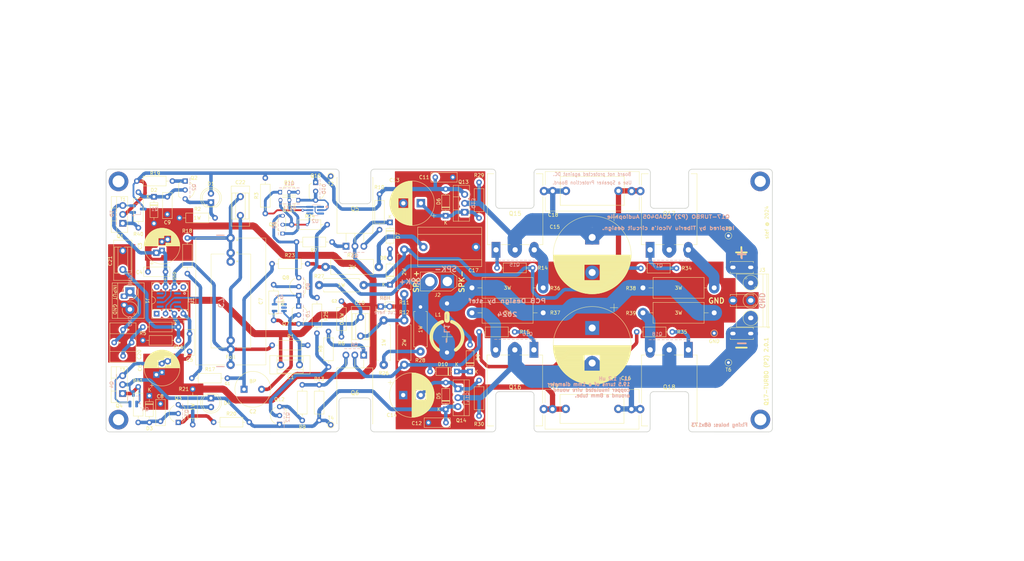
<source format=kicad_pcb>
(kicad_pcb (version 20240108) (generator "pcbnew") (generator_version "8.0")
  (title_block (title "Q17-TURBO (P2)") (date "2024-10-05") (rev "2.0.1") (company "PCB design by Stef") (comment 1 "Zize 190 x 75 mm"))
  (layers (0 "F.Cu" signal) (31 "B.Cu" signal) (34 "B.Paste" user) (35 "F.Paste" user) (36 "B.SilkS" user "B.Silkscreen") (37 "F.SilkS" user "F.Silkscreen") (38 "B.Mask" user) (39 "F.Mask" user) (44 "Edge.Cuts" user))
  (net 0 "")
  (net 1 "GND")
  (net 2 "Net-(C20-Pad2)")
  (net 3 "Net-(C10-Pad1)")
  (net 4 "Net-(C17-Pad1)")
  (net 5 "Net-(D7-K)")
  (net 6 "Net-(R24-Pad2)")
  (net 7 "Net-(R26-Pad2)")
  (net 8 "Net-(D8-K)")
  (net 9 "Net-(Q7-G)")
  (net 10 "Net-(D3-A)")
  (net 11 "Net-(D2-K)")
  (net 12 "Net-(Q7-S)")
  (net 13 "Net-(D1-A)")
  (net 14 "Net-(D4-K)")
  (net 15 "Net-(D6-K)")
  (net 16 "Net-(D5-A)")
  (net 17 "Net-(D1-K)")
  (net 18 "Net-(D4-A)")
  (net 19 "Net-(J3-Pin_1)")
  (net 20 "Net-(J3-Pin_3)")
  (net 21 "Net-(J1-Pin_1)")
  (net 22 "Net-(J2-Pin_2)")
  (net 23 "Net-(Q1-G)")
  (net 24 "Net-(Q2-E)")
  (net 25 "Net-(Q3-E)")
  (net 26 "Net-(Q4-G)")
  (net 27 "Net-(Q5-G)")
  (net 28 "Net-(D7-A)")
  (net 29 "Net-(Q5-S)")
  (net 30 "Net-(Q6-G)")
  (net 31 "Net-(Q6-S)")
  (net 32 "Net-(Q7-D)")
  (net 33 "Net-(Q8-G)")
  (net 34 "Net-(Q8-D)")
  (net 35 "Net-(Q9-G)")
  (net 36 "Net-(Q1-S)")
  (net 37 "Net-(Q10-B)")
  (net 38 "Net-(Q4-S)")
  (net 39 "Net-(Q12-C)")
  (net 40 "Net-(Q12-B)")
  (net 41 "Net-(Q15-G)")
  (net 42 "Net-(Q15-S)")
  (net 43 "Net-(Q16-G)")
  (net 44 "Net-(Q16-S)")
  (net 45 "Net-(Q17-G)")
  (net 46 "Net-(Q17-S)")
  (net 47 "Net-(Q18-G)")
  (net 48 "Net-(Q18-S)")
  (net 52 "Net-(Q9-S)")
  (net 53 "Net-(U1--)")
  (net 54 "Net-(U2-S1)")
  (net 55 "Net-(C2-Pad1)")
  (net 56 "Net-(D10-K)")
  (net 57 "Net-(D10-A)")
  (net 58 "Net-(C22-Pad1)")
  (net 59 "Net-(C22-Pad2)")
  (net 60 "Net-(U1-+)")
  (footprint "Resistor_THT:R_Axial_DIN0207_L6.3mm_D2.5mm_P10.16mm_Horizontal" (layer "F.Cu") (at 89.8652 143.383 180)
    (property "Reference" "R20")
    (property "Value" "330R" (hide yes))
  )
  (footprint "Resistor_THT:R_Axial_DIN0614_L14.3mm_D5.7mm_P20.32mm_Horizontal" (layer "F.Cu") (at 222.4532 112.156 180)
    (property "Reference" "R39")
    (property "Value" "0R1/3W")
  )
  (footprint "Resistor_THT:R_Axial_DIN0207_L6.3mm_D2.5mm_P10.16mm_Horizontal" (layer "F.Cu") (at 59.5122 120.015)
    (property "Reference" "R16")
    (property "Value" "47k" (hide yes))
  )
  (footprint "Resistor_THT:R_Axial_DIN0207_L6.3mm_D2.5mm_P10.16mm_Horizontal" (layer "F.Cu") (at 80.1116 85.0646 180)
    (property "Reference" "R2")
    (property "Value" "10k/1W")
  )
  (footprint "Resistor_THT:R_Axial_DIN0207_L6.3mm_D2.5mm_P10.16mm_Horizontal" (layer "F.Cu") (at 96.8172 104.14 -90)
    (property "Reference" "R4")
    (property "Value" "1k" (hide yes))
  )
  (footprint "Package_TO_SOT_THT:TO-220-3_Vertical" (layer "F.Cu") (at 53.7972 86.614 90)
    (property "Reference" "Q1")
    (property "Value" "IRF610")
  )
  (footprint "Resistor_THT:R_Axial_DIN0207_L6.3mm_D2.5mm_P10.16mm_Horizontal" (layer "F.Cu") (at 103.3272 91.948)
    (property "Reference" "R7")
    (property "Value" "100R" (hide yes))
  )
  (footprint "Package_TO_SOT_THT:TO-92_Inline_Wide" (layer "F.Cu") (at 103.9452 110.236 -90)
    (property "Reference" "Q7")
    (property "Value" "LSK170B")
  )
  (footprint "Package_TO_SOT_THT:TO-220-3_Vertical" (layer "F.Cu") (at 53.750659 135.192388 90)
    (property "Reference" "Q4")
    (property "Value" "IRF9610")
  )
  (footprint "Resistor_THT:R_Axial_DIN0207_L6.3mm_D2.5mm_P10.16mm_Horizontal" (layer "F.Cu") (at 155.3972 117.602)
    (property "Reference" "R15")
    (property "Value" "270R")
  )
  (footprint "Q17_Library:TO-220-3_Horizontal_TabDown_6mmHole_v2" (layer "F.Cu") (at 117.462774 93.153987)
    (property "Reference" "Q5")
    (property "Value" "FQPF7P20")
  )
  (footprint "Q17_Library:TO-3PB-3_Horizontal_TabDown_6mmHole_v2" (layer "F.Cu") (at 160.2342 94.182)
    (property "Reference" "Q15")
    (property "Value" "FQA46N15")
  )
  (footprint "Resistor_THT:R_Axial_DIN0411_L9.9mm_D3.6mm_P12.70mm_Horizontal" (layer "F.Cu") (at 134.0612 114.3 -90)
    (property "Reference" "R12")
    (property "Value" "47R/2W" (hide yes))
  )
  (footprint "Resistor_THT:R_Axial_DIN0207_L6.3mm_D2.5mm_P10.16mm_Horizontal" (layer "F.Cu") (at 96.393 121.412)
    (property "Reference" "R1")
    (property "Value" "2k7" (hide yes))
  )
  (footprint "Resistor_THT:R_Axial_DIN0207_L6.3mm_D2.5mm_P10.16mm_Horizontal" (layer "F.Cu") (at 58.195659 133.287388 -90)
    (property "Reference" "R41")
    (property "Value" "100R")
  )
  (footprint "Q17_Library:C_Rect_L7.2mm_W11.0mm_P5.00mm_MKP2_Custom" (layer "F.Cu") (at 51.3372 120.65)
    (property "Reference" "C20")
    (property "Value" "1uF MKP")
  )
  (footprint "Q17_Library:R_Axial_L12.0mm_D5.0mm_P15.24mm_Horizontal_Dale_1W" (layer "F.Cu") (at 111.5822 99.06)
    (property "Reference" "R31")
    (property "Value" "10R/2W")
  )
  (footprint "Package_TO_SOT_THT:TO-92_Inline_Wide" (layer "F.Cu") (at 108.7882 74.93 -90)
    (property "Reference" "Q10")
    (property "Value" "KSA992")
  )
  (footprint "Resistor_THT:R_Axial_DIN0207_L6.3mm_D2.5mm_P10.16mm_Horizontal" (layer "F.Cu") (at 200.3552 117.602)
    (property "Reference" "R35")
    (property "Value" "270R")
  )
  (footprint "Package_TO_SOT_THT:TO-92S_Wide" (layer "F.Cu") (at 98.6852 77.724)
    (property "Reference" "Q11")
    (property "Value" "BS250P")
  )
  (footprint "Resistor_THT:R_Axial_DIN0207_L6.3mm_D2.5mm_P10.16mm_Horizontal" (layer "F.Cu") (at 57.79545 74.549)
    (property "Reference" "R19")
    (property "Value" "330R")
  )
  (footprint "Resistor_THT:R_Axial_DIN0207_L6.3mm_D2.5mm_P10.16mm_Horizontal" (layer "F.Cu") (at 83.6422 130.81 180)
    (property "Reference" "R17")
    (property "Value" "4k75" (hide yes))
  )
  (footprint "Capacitor_THT:CP_Radial_D10.0mm_P2.50mm_P5.00mm" (layer "F.Cu") (at 64.9732 94.361 90)
    (property "Reference" "C3")
    (property "Value" "47uF/25v")
  )
  (footprint "Package_TO_SOT_THT:TO-92_Inline_Wide" (layer "F.Cu") (at 69.625659 143.447388 90)
    (property "Reference" "Q3")
    (property "Value" "KSC1845")
  )
  (footprint "Resistor_THT:R_Axial_DIN0207_L6.3mm_D2.5mm_P10.16mm_Horizontal" (layer "F.Cu") (at 96.3676 98.171)
    (property "Reference" "R23")
    (property "Value" "8k2" (hide yes))
  )
  (footprint "Resistor_THT:R_Axial_DIN0207_L6.3mm_D2.5mm_P10.16mm_Horizontal" (layer "F.Cu") (at 94.4372 73.66 -90)
    (property "Reference" "R3")
    (property "Value" "150R")
  )
  (footprint "Resistor_THT:R_Axial_DIN0207_L6.3mm_D2.5mm_P10.16mm_Horizontal" (layer "F.Cu") (at 104.9782 142.875 90)
    (property "Reference" "R9")
    (property "Value" "100R" (hide yes))
  )
  (footprint "Capacitor_THT:CP_Radial_D10.0mm_P5.00mm" (layer "F.Cu") (at 88.3812 133.985)
    (property "Reference" "C2")
    (property "Value" "100uF/10V BP")
  )
  (footprint "TestPoint:TestPoint_THTPad_D1.5mm_Drill0.7mm" (layer "F.Cu") (at 113.1062 73.152)
    (property "Reference" "T2")
    (property "Value" "TestPoint_THTPad_D1.5mm_Drill0.7mm")
  )
  (footprint "Q17_Library:C_Rect_L18.0mm_W7.0mm_P15.00mm_C17" (layer "F.Cu") (at 139.5152 93.38935)
    (property "Reference" "C17")
    (property "Value" "100nF FKP or MKT")
  )
  (footprint "Resistor_THT:R_Axial_DIN0207_L6.3mm_D2.5mm_P10.16mm_Horizontal" (layer "F.Cu") (at 127.0254 78.2828 -90)
    (property "Reference" "R10")
    (property "Value" "8R2" (hide yes))
  )
  (footprint "Diode_THT:D_DO-35_SOD27_P7.62mm_Horizontal" (layer "F.Cu") (at 145.8722 84.455 90)
    (property "Reference" "D6")
    (property "Value" "1N5245B")
  )
  (footprint "Resistor_THT:R_Axial_DIN0411_L9.9mm_D3.6mm_P12.70mm_Horizontal" (layer "F.Cu") (at 134.0612 94.107 -90)
    (property "Reference" "R11")
    (property "Value" "47R/2W" (hide yes))
  )
  (footprint "Diode_THT:D_DO-35_SOD27_P7.62mm_Horizontal" (layer "F.Cu") (at 149.0472 128.905 180)
    (property "Reference" "D10")
    (property "Value" "1N5245B")
  )
  (footprint "Capacitor_THT:CP_Radial_D12.5mm_P5.00mm" (layer "F.Cu") (at 138.8072 80.871507 180)
    (property "Reference" "C13")
    (property "Value" "220uF/63V")
  )
  (footprint "Capacitor_THT:CP_Radial_D22.0mm_P10.00mm_SnapIn" (layer "F.Cu") (at 187.6552 116.492 -90)
    (property "Reference" "C16")
    (property "Value" "2200uF/63V")
  )
  (footprint "TestPoint:TestPoint_THTPad_D1.5mm_Drill0.7mm" (layer "F.Cu") (at 222.4532 117.983)
    (property "Reference" "GND")
    (property "Value" "TestPoint_THTPad_D1.5mm_Drill0.7mm")
  )
  (footprint "Diode_THT:D_DO-35_SOD27_P7.62mm_Horizontal" (layer "F.Cu") (at 145.903686 139.7 90)
    (property "Reference" "D5")
    (property "Value" "1N5245B")
  )
  (footprint "Connector_PinHeader_2.54mm:PinHeader_1x02_P2.54mm_Vertical" (layer "F.Cu") (at 127.3252 110.363 90)
    (property "Reference" "HBR")
    (property "Value" "PinHeader_1x02_P2.54mm_Vertical")
  )
  (footprint "Package_TO_SOT_THT:TO-92S_Wide" (layer "F.Cu") (at 103.8352 80.01 180)
    (property "Reference" "Q111")
    (property "Value" "BS250P")
  )
  (footprint "Capacitor_THT:C_Rect_L7.2mm_W2.5mm_P5.00mm_FKS2_FKP2_MKS2_MKP2" (layer "F.Cu") (at 142.914449 73.468789)
    (property "Reference" "C11")
    (property "Value" "100nF")
  )
  (footprint "Package_TO_SOT_THT:TO-92_Inline_Wide" (layer "F.Cu") (at 98.5012 144.018 90)
    (property "Reference" "Q12")
    (property "Value" "KSC1845")
  )
  (footprint "Q17_Library:TO-3PB-3_Horizontal_TabDown_6mmHole_v2_LEFT" (layer "F.Cu") (at 204.1772 94.182)
    (property "Reference" "Q17")
    (property "Value" "FQA46N15")
  )
  (footprint "Package_DIP:DIP-8_W7.62mm_Socket" (layer "F.Cu") (at 63.4492 112.395 90)
    (property "Reference" "U1'")
    (property "Value" "OPA828")
  )
  (footprint "TestPoint:TestPoint_THTPad_D1.5mm_Drill0.7mm" (layer "F.Cu") (at 226.5172 90.17)
    (property "Reference" "T5")
    (property "Value" "TestPoint_THTPad_D1.5mm_Drill0.7mm")
  )
  (footprint "Diode_THT:D_DO-35_SOD27_P7.62mm_Horizontal" (layer "F.Cu") (at 152.8318 128.905 90)
    (property "Reference" "D9")
    (property "Value" "1N4148")
  )
  (footprint "Q17_Library:C_Rect_Q17_PSU_L26.50_H11.00_P20.50" (layer "F.Cu") (at 198.8522 139.644553 180)
    (property "Reference" "C19")
    (property "Value" "2.2uF" (hide yes))
  )
  (footprint "Diode_THT:D_DO-35_SOD27_P7.62mm_Horizontal" (layer "F.Cu") (at 61.370659 135.827388 -90)
    (property "Reference" "D3")
    (property "Value" "1N5248B")
  )
  (footprint "MountingHole:MountingHole_3.2mm_M3_DIN965_Pad_TopBottom" (layer "F.Cu") (at 235.640771 142.596818 180)
    (property "Reference" "H1")
    (property "Value" "MountingHole")
  )
  (footprint "Resistor_THT:R_Axial_DIN0207_L6.3mm_D2.5mm_P10.16mm_Horizontal" (layer "F.Cu") (at 160.5222 99.35)
    (property "Reference" "R14")
    (property "Value" "330R")
  )
  (footprint "Package_TO_SOT_THT:TO-92S_Wide" (layer "F.Cu") (at 99.3902 89.535 90)
    (property "Reference" "Q9")
    (property "Value" "BS250P")
  )
  (footprint "Resistor_THT:R_Axial_DIN0207_L6.3mm_D2.5mm_P10.16mm_Horizontal" (layer "F.Cu") (at 116.1542 118.999 90)
    (property "Reference" "R6")
    (property "Value" "150R" (hide yes))
  )
  (footprint "Q17_Library:C_Mica_v2_L11.4mm_W4.3mm_H9.1_P5.9mm_mix" (layer "F.Cu") (at 121.617827 119.036552 90)
    (property "Reference" "C10")
    (property "Value" "47pF Mica")
  )
  (footprint "Capacitor_THT:C_Rect_L7.2mm_W2.5mm_P5.00mm_FKS2_FKP2_MKS2_MKP2" (layer "F.Cu") (at 64.545659 138.127194 -90)
    (property "Reference" "C8")
    (property "Value" "100nF")
  )
  (footprint "Package_TO_SOT_THT:TO-92_Inline_Wide" (layer "F.Cu") (at 103.9852 107.229 90)
    (property "Reference" "Q8")
    (property "Value" "DN2540")
  )
  (footprint "Resistor_THT:R_Axial_DIN0207_L6.3mm_D2.5mm_P10.16mm_Horizontal" (layer "F.Cu") (at 109.8042 132.715 -90)
    (property "Reference" "R13")
    (property "Value" "8R2" (hide yes))
  )
  (footprint "Resistor_THT:R_Axial_DIN0411_L9.9mm_D3.6mm_P12.70mm_Horizontal" (layer "F.Cu") (at 138.684 123.19 90)
    (property "Reference" "R28")
    (property "Value" "22R/1W")
  )
  (footprint "Resistor_THT:R_Axial_DIN0411_L9.9mm_D3.6mm_P12.70mm_Horizontal" (layer "F.Cu") (at 128.2192 114.3 -90)
    (property "Reference" "R26")
    (property "Value" "22R/1W")
  )
  (footprint "LED_THT:LED_D5.0mm" (layer "F.Cu") (at 78.9432 80.65 90)
    (property "Reference" "D1")
    (property "Value" "RED 2V")
  )
  (footprint "Q17_Library:C_Rect_Q17_PSU_L26.50_H11.00_P20.50" (layer "F.Cu") (at 198.9052 77.414553 180)
    (property "Reference" "C18")
    (property "Value" "2.2uF" (hide yes))
  )
  (footprint "Resistor_THT:R_Axial_DIN0207_L6.3mm_D2.5mm_P10.16mm_Horizontal" (layer "F.Cu") (at 59.5122 116.205)
    (property "Reference" "R5")
    (property "Value" "100R")
  )
  (footprint "MountingHole:MountingHole_3.2mm_M3_DIN965_Pad_TopBottom" (layer "F.Cu") (at 235.578971 74.647618 180)
    (property "Reference" "H1")
    (property "Value" "MountingHole")
  )
  (footprint "Package_TO_SOT_THT:TO-220-3_Vertical" (layer "F.Cu") (at 149.3722 133.858 -90)
    (property "Reference" "Q14")
    (property "Value" "IRF9610")
  )
  (footprint "MountingHole:MountingHole_3.2mm_M3_DIN965_Pad_TopBottom" (layer "F.Cu") (at 52.578971 142.647618 180)
    (property "Reference" "H1")
    (property "Value" "MountingHole")
  )
  (footprint "Resistor_THT:R_Axial_DIN0614_L14.3mm_D5.7mm_P20.32mm_Horizontal" (layer "F.Cu") (at 173.6852 112.156 180)
    (property "Reference" "R37")
    (property "Value" "0R1/3W")
  )
  (footprint "TestPoint:TestPoint_THTPad_D1.5mm_Drill0.7mm" (layer "F.Cu") (at 113.1062 144.145)
    (property "Reference" "T4")
    (property "Value" "TestPoint_THTPad_D1.5mm_Drill0.7mm")
  )
  (footprint "Resistor_THT:R_Axial_DIN0207_L6.3mm_D2.5mm_P10.16mm_Horizontal" (layer "F.Cu") (at 101.9302 86.995)
    (property "Reference" "R24")
    (property "Value" "10k")
  )
  (footprint "Capacitor_THT:C_Rect_L7.2mm_W2.5mm_P5.00mm_FKS2_FKP2_MKS2_MKP2" (layer "F.Cu") (at 66.4972 84.034 90)
    (property "Reference" "C9")
    (property "Value" "100nF")
  )
  (footprint "Capacitor_THT:CP_Radial_D22.0mm_P10.00mm_SnapIn" (layer "F.Cu") (at 187.6552 90.64463 -90)
    (property "Reference" "C15")
    (property "Value" "2200uF/63V")
  )
  (footprint "Resistor_THT:R_Axial_DIN0614_L14.3mm_D5.7mm_P20.32mm_Horizontal" (layer "F.Cu") (at 173.6852 105.029 180)
    (property "Reference" "R36")
    (property "Value" "0R1/3W")
  )
  (footprint "Q17_Library:TO-220-3_Horizontal_TabDown_6mmHole_v2" (layer "F.Cu") (at 122.5042 124.210862 180)
    (property "Reference" "Q6")
    (property "Value" "FQPF3N80C")
  )
  (footprint "Resistor_THT:R_Axial_DIN0207_L6.3mm_D2.5mm_P10.16mm_Horizontal" (layer "F.Cu") (at 155.3972 74.93 -90)
    (property "Reference" "R29")
    (property "Value" "100R")
  )
  (footprint "Q17_Library:TO-3PB-3_Horizontal_TabDown_6mmHole_v2_LEFT" (layer "F.Cu") (at 171.0422 122.732 180)
    (property "Reference" "Q16")
    (property "Value" "IXTH36P15P")
  )
  (footprint "Resistor_THT:R_Axial_DIN0207_L6.3mm_D2.5mm_P10.16mm_Horizontal" (layer "F.Cu") (at 72.2122 100.965 90)
    (property "Reference" "R18")
    (property "Value" "22k" (hide yes))
  )
  (footprint "Q17_Library:C_Mica_v2_L11.4mm_W4.3mm_H9.1_P5.9mm_mix" (layer "F.Cu") (at 87.3252 78.74 -90)
    (property "Reference" "C22")
    (property "Value" "330p")
  )
  (footprint "Resistor_THT:R_Axial_DIN0614_L14.3mm_D5.7mm_P20.32mm_Horizontal" (layer "F.Cu") (at 222.4532 105.029 180)
    (property "Reference" "R38")
    (property "Value" "0R1/3W")
  )
  (footprint "Q17_Library:C_Rect_C7_Q17_Mini_L31.50_H13.00_P36.20" (layer "F.Cu") (at 84.561247 97.557542 -90)
    (property "Reference" "C7")
    (property "Value" "3uF MKP")
  )
  (footprint "Resistor_THT:R_Axial_DIN0207_L6.3mm_D2.5mm_P10.16mm_Horizontal" (layer "F.Cu") (at 155.3972 131.445 -90)
    (property "Reference" "R30")
    (property "Value" "100R")
  )
  (footprint "Resistor_THT:R_Axial_DIN0207_L6.3mm_D2.5mm_P10.16mm_Horizontal" (layer "F.Cu") (at 211.692138 99.441 180)
    (property "Reference" "R34")
    (property "Value" "330R")
  )
  (footprint "Connector_AMASS:AMASS_XT30U-F_1x02_P5.0mm_Vertical" (layer "F.Cu") (at 146.3656 103.2256 180)
    (property "Reference" "J2")
    (property "Value" "SPK+")
  )
  (footprint "MountingHole:MountingHole_3.2mm_M3_DIN965_Pad_TopBottom" (layer "F.Cu") (at 52.578971 74.647618 180)
    (property "Reference" "H1")
    (property "Value" "MountingHole")
  )
  (footprint "Q17_Library:C_Mica_v2_L11.4mm_W4.3mm_H9.1_P5.9mm_mix" (layer "F.Cu") (at 104.442428 127.003897 180)
    (property "Reference" "C1")
    (property "Value" "470p Mica")
  )
  (footprint "Package_TO_SOT_THT:TO-92_Inline_Wide" (layer "F.Cu") (at 71.5772 74.549 -90)
    (property "Reference" "Q2")
    (property "Value" "KSA992")
  )
  (footprint "Capacitor_THT:CP_Radial_D10.0mm_P2.50mm_P5.00mm" (layer "F.Cu") (at 64.9732 129.154937 90)
    (property "Reference" "C6")
    (property "Value" "47uF/25v")
  )
  (footprint "Diode_THT:D_DO-35_SOD27_P7.62mm_Horizontal" (layer "F.Cu") (at 62.6872 79.034 -90)
    (property "Reference" "D2")
    (property "Value" "1N5248B")
  )
  (footprint "Capacitor_THT:C_Rect_L7.2mm_W2.5mm_P5.00mm_FKS2_FKP2_MKS2_MKP2" (layer "F.Cu") (at 60.9892 100.457)
    (property "Reference" "C4")
    (property "Value" "100nF")
  )
  (footprint "LED_THT:LED_D5.0mm" (layer "F.Cu") (at 78.9432 136.525 -90)
    (property "Reference" "D4")
    (property "Value" "RED 2V")
  )
  (footprint "Resistor_THT:R_Axial_DIN0207_L6.3mm_D2.5mm_P10.16mm_Horizontal" (layer "F.Cu") (at 112.4712 127.635 90)
    (property "Reference" "R8")
    (property "Value" "100R" (hide yes))
  )
  (footprint "Capacitor_THT:C_Rect_L7.2mm_W2.5mm_P5.00mm_FKS2_FKP2_MKS2_MKP2" (layer "F.Cu") (at 72.8472 123.15 90)
    (property "Reference" "C5")
    (property "Value" "100nF")
  )
  (footprint "Q17_Library:Input_connector_mix_regular" (layer "F.Cu") (at 55.206 108.7364 -90)
    (property "Reference" "J1")
    (property "Value" "INPUT")
  )
  (footprint "Q17_Library:TO-3PB-3_Horizontal_TabDown_6mmHole_v2" (layer "F.Cu") (at 215.0872 122.732 180)
    (property "Reference" "Q18")
    (property "Value" "IXTH36P15P")
  )
  (footprint "Package_TO_SOT_THT:TO-220-3_Vertical" (layer "F.Cu") (at 151.294307 83.439 90)
    (property "Reference" "Q13")
    (property "Value" "IRF610")
  )
  (footprint "Q17_Library:L_Axial_L22mm_D10mm_P21mm_vertical_Q17_Mini" (layer "F.Cu") (at 146.254 123.488835 90)
    (property "Reference" "L1")
    (property "Value" "1u2")
  )
  (footprint "Q17_Library:C_Mica_v2_L11.4mm_W4.3mm_H9.1_P5.9mm_mix" (layer "F.Cu") (at 53.801097 94.185572 -90)
    (property "Reference" "C21")
    (property "Value" "5n6 FKP")
  )
  (footprint "TestPoint:TestPoint_THTPad_D1.5mm_Drill0.7mm" (layer "F.Cu") (at 226.5172 126.365)
    (property "Reference" "T6")
    (property "Value" "TestPoint_THTPad_D1.5mm_Drill0.7mm")
  )
  (footprint "Diode_THT:D_DO-35_SOD27_P7.62mm_Horizontal" (layer "F.Cu") (at 129.9972 86.36 -90)
    (property "Reference" "D7")
    (property "Value" "1N5245B")
  )
  (footprint "Resistor_THT:R_Axial_DIN0411_L9.9mm_D3.6mm_P12.70mm_Horizontal" (layer "F.Cu") (at 109.8042 104.267)
    (property "Reference" "R27")
    (property "Value" "560R/1W")
  )
  (footprint "Resistor_THT:R_Axial_DIN0207_L6.3mm_D2.5mm_P10.16mm_Horizontal" (layer "F.Cu") (at 58.2422 87.884 90)
    (property "Reference" "R40")
    (property "Value" "100R")
  )
  (footprint "Diode_THT:D_DO-35_SOD27_P7.62mm_Horizontal" (layer "F.Cu") (at 129.9972 104.14 90)
    (property "Reference" "D8")
    (property "Value" "1N4148")
  )
  (footprint "Q17_Library:TerminalBlock_Phoenix_PT-1,5-3-5.0-H_1x03_P5.00mm_Horizontal_Faston" (layer "F.Cu") (at 232.8752 113.6269 90)
    (property "Reference" "J3")
    (property "Value" "DC")
  )
  (footprint "Capacitor_THT:C_Rect_L7.2mm_W2.5mm_P5.00mm_FKS2_FKP2_MKS2_MKP2" (layer "F.Cu") (at 140.9592 143.51)
    (property "Reference" "C12")
    (property "Value" "100nF")
  )
  (footprint "Resistor_THT:R_Axial_DIN0207_L6.3mm_D2.5mm_P10.16mm_Horizontal" (layer "F.Cu") (at 73.7362 144.082388 90)
    (property "Reference" "R21")
    (property "Value" "10k/1W")
  )
  (footprint "Capacitor_THT:CP_Radial_D12.5mm_P5.00mm" (layer "F.Cu") (at 133.7602 135.636)
    (property "Reference" "C14")
    (property "Value" "220uF/63V")
  )
  (footprint "Resistor_THT:R_Axial_DIN0207_L6.3mm_D2.5mm_P10.16mm_Horizontal" (layer "F.Cu") (at 109.1692 107.823 -90)
    (property "Reference" "R25")
    (property "Value" "8k2" (hide yes))
  )
  (footprint "Package_TO_SOT_SMD:SOT-23_Handsoldering" (layer "B.Cu") (at 56.798659 136.692388 90)
    (property "Reference" "Q4'")
    (property "Value" "SI2325DS")
  )
  (footprint "Q17_Library:NDC7003P-TSOT23-6" (layer "B.Cu") (at 108.6612 82.87 180)
    (property "Reference" "U2")
    (property "Value" "NDC7003P")
  )
  (footprint "Package_TO_SOT_SMD:SOT-23_Handsoldering" (layer "B.Cu") (at 58.1152 82.55)
    (property "Reference" "Q1'")
    (property "Value" "SI2328DS")
  )
  (footprint "Package_SO:SOIC-8_3.9x4.9mm_P1.27mm" (layer "B.Cu") (at 66.934695 108.500097 180)
    (property "Reference" "U1")
    (property "Value" "OPA828")
  )
  (footprint "Package_TO_SOT_SMD:SOT-23-5_HandSoldering" (layer "B.Cu") (at 98.4212 110.678 180)
    (property "Reference" "Q7'")
    (property "Value" "JFE150")
  )
  (gr_arc (start 115.449786 137.437834) (mid 115.742689 136.730741) (end 116.449786 136.437834) (stroke (width 0.2)) (layer "Edge.Cuts"))
  (gr_line (start 238.0394 146.148363) (end 216.169848 146.140972) (stroke (width 0.2)) (layer "Edge.Cuts"))
  (gr_arc (start 124.517586 72.148363) (mid 124.810478 71.441251) (end 125.517586 71.148363) (stroke (width 0.2)) (layer "Edge.Cuts"))
  (gr_line (start 172.075786 71.159834) (end 203.248186 71.159834) (stroke (width 0.2)) (layer "Edge.Cuts"))
  (gr_line (start 216.169684 71.159333) (end 238.0394 71.148363) (stroke (width 0.2)) (layer "Edge.Cuts"))
  (gr_arc (start 49.0394 72.148363) (mid 49.332293 71.441256) (end 50.0394 71.148363) (stroke (width 0.2)) (layer "Edge.Cuts"))
  (gr_arc (start 170.075786 134.659834) (mid 170.782877 134.952727) (end 171.075786 135.659834) (stroke (width 0.2)) (layer "Edge.Cuts"))
  (gr_arc (start 171.075786 72.159834) (mid 171.368689 71.452741) (end 172.075786 71.159834) (stroke (width 0.2)) (layer "Edge.Cuts"))
  (gr_line (start 125.517586 71.148363) (end 159.153786 71.148363) (stroke (width 0.2)) (layer "Edge.Cuts"))
  (gr_line (start 214.170186 134.659834) (end 205.197386 134.659834) (stroke (width 0.2)) (layer "Edge.Cuts"))
  (gr_arc (start 214.170186 134.659834) (mid 214.877277 134.952727) (end 215.170186 135.659834) (stroke (width 0.2)) (layer "Edge.Cuts"))
  (gr_arc (start 123.491486 136.437834) (mid 124.198824 136.730974) (end 124.491486 137.438534) (stroke (width 0.2)) (layer "Edge.Cuts"))
  (gr_line (start 160.153786 145.138763) (end 160.153786 135.659834) (stroke (width 0.2)) (layer "Edge.Cuts"))
  (gr_arc (start 116.500586 81.015034) (mid 115.793463 80.72214) (end 115.500586 80.015034) (stroke (width 0.2)) (layer "Edge.Cuts"))
  (gr_line (start 160.153786 72.148363) (end 160.153786 81.335834) (stroke (width 0.2)) (layer "Edge.Cuts"))
  (gr_line (start 205.248186 82.335834) (end 214.170186 82.335834) (stroke (width 0.2)) (layer "Edge.Cuts"))
  (gr_line (start 159.153786 146.138763) (end 125.4861 146.138763) (stroke (width 0.2)) (layer "Edge.Cuts"))
  (gr_line (start 171.075786 145.140634) (end 171.075786 135.659834) (stroke (width 0.2)) (layer "Edge.Cuts"))
  (gr_line (start 49.0394 145.148363) (end 49.0394 72.148363) (stroke (width 0.2)) (layer "Edge.Cuts"))
  (gr_line (start 215.170186 145.140972) (end 215.170186 135.659834) (stroke (width 0.2)) (layer "Edge.Cuts"))
  (gr_arc (start 216.169848 146.140972) (mid 215.462966 145.847955) (end 215.170186 145.140972) (stroke (width 0.2)) (layer "Edge.Cuts"))
  (gr_arc (start 161.153786 82.335834) (mid 160.446663 82.04294) (end 160.153786 81.335834) (stroke (width 0.2)) (layer "Edge.Cuts"))
  (gr_line (start 50.0394 71.148363) (end 114.500586 71.148363) (stroke (width 0.2)) (layer "Edge.Cuts"))
  (gr_arc (start 204.197386 135.659834) (mid 204.490289 134.952741) (end 205.197386 134.659834) (stroke (width 0.2)) (layer "Edge.Cuts"))
  (gr_arc (start 160.153786 145.138763) (mid 159.860892 145.845865) (end 159.153786 146.138763) (stroke (width 0.2)) (layer "Edge.Cuts"))
  (gr_line (start 161.153786 134.659834) (end 170.075786 134.659834) (stroke (width 0.2)) (layer "Edge.Cuts"))
  (gr_arc (start 238.0394 71.148363) (mid 238.746507 71.441256) (end 239.0394 72.148363) (stroke (width 0.2)) (layer "Edge.Cuts"))
  (gr_arc (start 172.075786 146.140634) (mid 171.368663 145.84774) (end 171.075786 145.140634) (stroke (width 0.2)) (layer "Edge.Cuts"))
  (gr_arc (start 205.248186 82.335834) (mid 204.541063 82.04294) (end 204.248186 81.335834) (stroke (width 0.2)) (layer "Edge.Cuts"))
  (gr_line (start 171.075786 81.335834) (end 171.075786 72.159834) (stroke (width 0.2)) (layer "Edge.Cuts"))
  (gr_arc (start 171.075786 81.335834) (mid 170.782902 82.042955) (end 170.075786 82.335834) (stroke (width 0.2)) (layer "Edge.Cuts"))
  (gr_arc (start 125.4861 146.138763) (mid 124.778746 145.845622) (end 124.4861 145.138063) (stroke (width 0.2)) (layer "Edge.Cuts"))
  (gr_arc (start 239.0394 145.148363) (mid 238.746507 145.85547) (end 238.0394 146.148363) (stroke (width 0.2)) (layer "Edge.Cuts"))
  (gr_line (start 204.197386 135.659834) (end 204.197386 145.140634) (stroke (width 0.2)) (layer "Edge.Cuts"))
  (gr_line (start 124.4861 145.138063) (end 124.491486 137.438534) (stroke (width 0.2)) (layer "Edge.Cuts"))
  (gr_line (start 239.0394 72.148363) (end 239.0394 145.148363) (stroke (width 0.2)) (layer "Edge.Cuts"))
  (gr_arc (start 159.153786 71.148363) (mid 159.860902 71.441251) (end 160.153786 72.148363) (stroke (width 0.2)) (layer "Edge.Cuts"))
  (gr_line (start 215.170186 81.335834) (end 215.170186 72.159333) (stroke (width 0.2)) (layer "Edge.Cuts"))
  (gr_arc (start 114.500586 71.148363) (mid 115.207702 71.441251) (end 115.500586 72.148363) (stroke (width 0.2)) (layer "Edge.Cuts"))
  (gr_arc (start 215.170186 72.159333) (mid 215.462912 71.452418) (end 216.169684 71.159333) (stroke (width 0.2)) (layer "Edge.Cuts"))
  (gr_arc (start 204.197386 145.140634) (mid 203.904502 145.847755) (end 203.197386 146.140634) (stroke (width 0.2)) (layer "Edge.Cuts"))
  (gr_arc (start 160.153786 135.659834) (mid 160.446689 134.952741) (end 161.153786 134.659834) (stroke (width 0.2)) (layer "Edge.Cuts"))
  (gr_line (start 161.153786 82.335834) (end 170.075786 82.335834) (stroke (width 0.2)) (layer "Edge.Cuts"))
  (gr_arc (start 215.170186 81.335834) (mid 214.877302 82.042955) (end 214.170186 82.335834) (stroke (width 0.2)) (layer "Edge.Cuts"))
  (gr_arc (start 124.517586 80.015034) (mid 124.224702 80.722155) (end 123.517586 81.015034) (stroke (width 0.2)) (layer "Edge.Cuts"))
  (gr_line (start 204.248186 72.159834) (end 204.248186 81.335834) (stroke (width 0.2)) (layer "Edge.Cuts"))
  (gr_arc (start 50.0394 146.148363) (mid 49.332293 145.85547) (end 49.0394 145.148363) (stroke (width 0.2)) (layer "Edge.Cuts"))
  (gr_line (start 124.517586 80.015034) (end 124.517586 72.148363) (stroke (width 0.2)) (layer "Edge.Cuts"))
  (gr_arc (start 203.248186 71.159834) (mid 203.955277 71.452727) (end 204.248186 72.159834) (stroke (width 0.2)) (layer "Edge.Cuts"))
  (gr_line (start 114.449904 146.140752) (end 50.0394 146.148363) (stroke (width 0.2)) (layer "Edge.Cuts"))
  (gr_line (start 116.500586 81.015034) (end 123.517586 81.015034) (stroke (width 0.2)) (layer "Edge.Cuts"))
  (gr_line (start 203.197386 146.140634) (end 172.075786 146.140634) (stroke (width 0.2)) (layer "Edge.Cuts"))
  (gr_arc (start 115.449786 145.140752) (mid 115.156938 145.847819) (end 114.449904 146.140752) (stroke (width 0.2)) (layer "Edge.Cuts"))
  (gr_line (start 115.500586 72.148363) (end 115.500586 80.015034) (stroke (width 0.2)) (layer "Edge.Cuts"))
  (gr_line (start 116.449786 136.437834) (end 123.491486 136.437834) (stroke (width 0.2)) (layer "Edge.Cuts"))
  (gr_line (start 115.449786 137.437834) (end 115.449786 145.140752) (stroke (width 0.2)) (layer "Edge.Cuts"))
  (gr_text "HBR" (at 128.6002 107.95 0) (layer "B.SilkS") (effects (font (size 1 1)) (justify mirror)))
  (gr_text "----------" (at 165.5472 97.25 -180) (layer "B.SilkS") (effects (font (size 1 1)) (justify mirror)))
  (gr_text "Q5" (at 119.9472 95.885 0) (layer "B.SilkS") (effects (font (size 1 1)) (justify mirror)))
  (gr_text "Q13" (at 153.7462 80.899 -90) (layer "B.SilkS") (effects (font (size 1 1)) (justify mirror)))
  (gr_text "- L1 -" (at 146.159617 116.634131 270) (layer "B.SilkS") (effects (font (size 1.5 1.5) (thickness 0.3)) (justify mirror)))
  (gr_text "Q111" (at 101.317783 82.306291 0) (layer "B.SilkS") (effects (font (size 1 1)) (justify mirror)))
  (gr_text "-----" (at 119.77914 94.992935 -180) (layer "B.SilkS") (effects (font (size 1 1)) (justify mirror)))
  (gr_text "Q11" (at 101.280693 75.258904 0) (layer "B.SilkS") (effects (font (size 1 1)) (justify mirror)))
  (gr_text "Q1" (at 50.6222 83.82 -90) (layer "B.SilkS") (effects (font (size 1 1)) (justify mirror)))
  (gr_text "-----" (at 99.739261 142.055519 90) (layer "B.SilkS") (effects (font (size 1 1)) (justify mirror)))
  (gr_text "-----" (at 70.774004 140.980241 90) (layer "B.SilkS") (effects (font (size 1 1)) (justify mirror)))
  (gr_text "GND" (at 236.0422 108.689868 -90) (layer "B.SilkS") (effects (font (size 1.5 1.5) (thickness 0.3)) (justify mirror)))
  (gr_text "Q17-TURBO (P2) QUAD405 Audiophile\n\nInspired by Tiberiu Vicol's circuit design." (at 209.3722 86.36 0) (layer "B.SilkS") (effects (font (size 1 1.2) (thickness 0.25)) (justify mirror)))
  (gr_text "Q16" (at 169.2402 118.237 0) (layer "B.SilkS") (effects (font (size 1 1)) (justify mirror)))
  (gr_text "|              C7               |" (at 81.738284 108.756175 270) (layer "B.SilkS") (effects (font (size 1.5 1.5) (thickness 0.3)) (justify mirror)))
  (gr_text "-----" (at 105.3592 112.776 -90) (layer "B.SilkS") (effects (font (size 1 1)) (justify mirror)))
  (gr_text "PCB Design by stef\n\n2024" (at 163.433908 110.684935 0) (layer "B.SilkS") (effects (font (size 1.2 1.5) (thickness 0.3)) (justify mirror)))
  (gr_text "INPUT" (at 55.794362 101.954172 -90) (layer "B.SilkS") (effects (font (size 1 1)) (justify mirror)))
  (gr_text "L1 : 1.2 uH\n19.5 turns of a 1mm diameter \ncopper insulated wire wound \naround a 8mm tube." (at 198.5772 133.35 0) (layer "B.SilkS") (effects (font (size 1 1) (thickness 0.25)) (justify left mirror)))
  (gr_text "----------" (at 209.6472 97.25 -180) (layer "B.SilkS") (effects (font (size 1 1)) (justify mirror)))
  (gr_text "Board not protected against DC." (at 187.6393 72.586221 0) (layer "B.SilkS") (effects (font (size 1 0.9)) (justify mirror)))
  (gr_text "-----" (at 109.9472 76.836759 -270) (layer "B.SilkS") (effects (font (size 1 1)) (justify mirror)))
  (gr_text "Q2" (at 74.1172 76.338518 90) (layer "B.SilkS") (effects (font (size 1 1)) (justify mirror)))
  (gr_text "----------" (at 165.7472 119.65 0) (layer "B.SilkS") (effects (font (size 1 1)) (justify mirror)))
  (gr_text "-----" (at 51.8922 132.588121 90) (layer "B.SilkS") (effects (font (size 1 1)) (justify mirror)))
  (gr_text "Q14" (at 152.142335 136.301985 90) (layer "B.SilkS") (effects (font (size 1 1)) (justify mirror)))
  (gr_text "-----" (at 101.278934 76.427172 0) (layer "B.SilkS") (effects (font (size 1 1)) (justify mirror)))
  (gr_text "Q9" (at 96.942044 87.137722 270) (layer "B.SilkS") (effects (font (size 1 1)) (justify mirror)))
  (gr_text "-----" (at 119.8372 122.301 0) (layer "B.SilkS") (effects (font (size 1 1)) (justify mirror)))
  (gr_text "-----" (at 150.997472 136.528371 90) (layer "B.SilkS") (effects (font (size 1 1)) (justify mirror)))
  (gr_text "----------" (at 209.7472 119.75 0) (layer "B.SilkS") (effects (font (size 1 1)) (justify mirror)))
  (gr_text "+" (at 230.3272 95.25 0) (layer "B.SilkS") (effects (font (size 3 3) (thickness 0.5))))
  (gr_text "Q15" (at 165.5472 98.425 0) (layer "B.SilkS") (effects (font (size 1 1)) (justify mirror)))
  (gr_text "Q6" (at 119.8372 121.285 0) (layer "B.SilkS") (effects (font (size 1 1)) (justify mirror)))
  (gr_text "Fixing holes: 68x173" (at 223.9772 144.145 0) (layer "B.SilkS") (effects (font (size 1 1) (thickness 0.25)) (justify mirror)))
  (gr_text "Use a Speaker Protection Board." (at 187.6393 74.999221 0) (layer "B.SilkS") (effects (font (size 1 0.9)) (justify mirror)))
  (gr_text "-----" (at 51.8922 84.123673 90) (layer "B.SilkS") (effects (font (size 1 1)) (justify mirror)))
  (gr_text "Q4" (at 50.6222 132.685216 90) (layer "B.SilkS") (effects (font (size 1 1)) (justify mirror)))
  (gr_text "-----" (at 105.2792 104.902 -270) (layer "B.SilkS") (effects (font (size 1 1)) (justify mirror)))
  (gr_text "SPK-" (at 145.8722 99.695 0) (layer "B.SilkS") (effects (font (size 1.5 1.5) (thickness 0.3)) (justify mirror)))
  (gr_text "Q3" (at 72.044004 140.726241 90) (layer "B.SilkS") (effects (font (size 1 1)) (justify mirror)))
  (gr_text "-----" (at 98.110312 87.139481 -270) (layer "B.SilkS") (effects (font (size 1 1)) (justify mirror)))
  (gr_text "-" (at 230.3272 120.65 0) (layer "B.SilkS") (effects (font (size 3 3) (thickness 0.5))))
  (gr_text "GND" (at 55.778301 114.580479 -90) (layer "B.SilkS") (effects (font (size 1 1)) (justify mirror)))
  (gr_text "Q18" (at 206.1972 118.237 0) (layer "B.SilkS") (effects (font (size 1 1)) (justify mirror)))
  (gr_text "-----" (at 101.319542 81.138023 180) (layer "B.SilkS") (effects (font (size 1 1)) (justify mirror)))
  (gr_text "-----" (at 72.872221 76.497096 90) (layer "B.SilkS") (effects (font (size 1 1)) (justify mirror)))
  (gr_text "-----" (at 152.757941 80.920438 -90) (layer "B.SilkS") (effects (font (size 1 1)) (justify mirror)))
  (gr_text "Q10" (at 111.0742 76.835 -90) (layer "B.SilkS") (effects (font (size 1 1)) (justify mirror)))
  (gr_text "°" (at 72.2122 106.597048 -270) (layer "B.SilkS") (effects (font (size 2 2) (thickness 0.25))))
  (gr_text "Q12" (at 100.839261 142.005519 90) (layer "B.SilkS") (effects (font (size 1 1)) (justify mirror)))
  (gr_text "cut here" (at 128.6002 112.014 0) (layer "B.SilkS") (effects (font (size 1 1)) (justify mirror)))
  (gr_text "Q8" (at 106.5022 104.648 -90) (layer "B.SilkS") (effects (font (size 1 1)) (justify mirror)))
  (gr_text "Q17" (at 206.3242 98.679 0) (layer "B.SilkS") (effects (font (size 1 1)) (justify mirror)))
  (gr_text "Q7" (at 106.5022 112.522 -90) (layer "B.SilkS") (effects (font (size 1 1)) (justify mirror)))
  (gr_text "SPK+" (at 135.7122 103.257994 0) (layer "B.SilkS") (effects (font (size 1.5 1.5) (thickness 0.3)) (justify mirror)))
  (gr_text "*" (at 86.4362 91.694 0) (layer "F.SilkS") (effects (font (size 1 1))))
  (gr_text "3W" (at 212.2932 112.156 0) (layer "F.SilkS") (effects (font (size 1 1))))
  (gr_text "in" (at 68.6562 114.808 270) (layer "F.SilkS") (effects (font (size 1 1))))
  (gr_text "stef @ 2024" (at 237.45845 86.36 90) (layer "F.SilkS") (effects (font (size 1 1))))
  (gr_text "3W" (at 212.2932 105.029 0) (layer "F.SilkS") (effects (font (size 1 1))))
  (gr_text "*" (at 86.440158 95.227461 0) (layer "F.SilkS") (effects (font (size 1 1))))
  (gr_text "3W" (at 163.5252 105.029 0) (layer "F.SilkS") (effects (font (size 1 1))))
  (gr_text "T3" (at 53.6956 128.4224 0) (layer "F.SilkS") (effects (font (size 0.9 0.9))))
  (gr_text "G1" (at 83.6422 132.384841 0) (layer "F.SilkS") (effects (font (size 0.8 0.8))))
  (gr_text "1W" (at 116.1542 104.267 0) (layer "F.SilkS") (effects (font (size 1 1))))
  (gr_text "SPK+" (at 137.4648 103.2256 -270) (layer "F.SilkS") (effects (font (size 1.5 1.5) (thickness 0.3))))
  (gr_text "1W" (at 138.684 116.84 90) (layer "F.SilkS") (effects (font (size 1 1))))
  (gr_text "out" (at 68.6562 101.6 -90) (layer "F.SilkS") (effects (font (size 1 1))))
  (gr_text "2W" (at 134.0612 120.65 90) (layer "F.SilkS") (effects (font (size 1 1))))
  (gr_text "0.5W" (at 116.2812 113.919001 -270) (layer "F.SilkS") (effects (font (size 1 1))))
  (gr_text "1W" (at 75.0316 85.0646 0) (layer "F.SilkS") (effects (font (size 1 1))))
  (gr_text "SPK-" (at 150.4442 103.2256 90) (layer "F.SilkS") (effects (font (size 1.5 1.5) (thickness 0.3))))
  (gr_text "+" (at 230.2002 94.615 0) (layer "F.SilkS") (effects (font (size 4 4) (thickness 0.5))))
  (gr_text "-" (at 71.0692 114.681 90) (layer "F.SilkS") (effects (font (size 1 1))))
  (gr_text "G2" (at 114.1222 108.839 0) (layer "F.SilkS") (effects (font (size 0.8 0.8))))
  (gr_text "2W" (at 134.0612 100.457 90) (layer "F.SilkS") (effects (font (size 1 1))))
  (gr_text "+" (at 65.977081 102.574072 -90) (layer "F.SilkS") (effects (font (size 1 1))))
  (gr_text "T1" (at 53.848 79.81526 0) (layer "F.SilkS") (effects (font (size 0.9 0.9))))
  (gr_text "3W" (at 163.5252 112.156 0) (layer "F.SilkS") (effects (font (size 1 1))))
  (gr_text "*" (at 86.4362 97.79 0) (layer "F.SilkS") (effects (font (size 1 1))))
  (gr_text "BP" (at 90.8812 131.699 0) (layer "F.SilkS") (effects (font (size 1 1))))
  (gr_text "-" (at 230.2002 121.793 0) (layer "F.SilkS") (effects (font (size 4 4) (thickness 0.5))))
  (gr_text "GND" (at 223.0882 108.712 0) (layer "F.SilkS") (effects (font (size 1.5 1.5) (thickness 0.3))))
  (gr_text "1W" (at 73.7362 139.002388 90) (layer "F.SilkS") (effects (font (size 1 1))))
  (gr_text "Foil" (at 84.547924 124.788736 0) (layer "F.SilkS") (effects (font (size 1 1))))
  (gr_text "2W" (at 119.2022 99.06 0) (layer "F.SilkS") (effects (font (size 1 1))))
  (gr_text "Q17-TURBO (P2) 2.0.1" (at 237.3122 128.905 90) (layer "F.SilkS") (effects (font (size 1.1 1.1) (thickness 0.2))))
  (gr_text "1W" (at 128.2192 120.65 -270) (layer "F.SilkS") (effects (font (size 1 1))))
  (segment (start 72.8472 124.045786) (end 72.8472 123.15) (width 1) (layer "F.Cu") (net 1))
  (segment (start 124.878307 102.196107) (end 121.019093 98.336893) (width 2) (layer "F.Cu") (net 1))
  (segment (start 110.472414 112.776) (end 115.358986 112.776) (width 2) (layer "F.Cu") (net 1))
  (segment (start 116.066093 112.483107) (end 117.893307 110.655893) (width 2) (layer "F.Cu") (net 1))
  (segment (start 129.8652 110.363) (end 131.7752 110.363) (width 1.2) (layer "F.Cu") (net 1))
  (segment (start 70.4342 125.349) (end 70.434849 125.348351) (width 1) (layer "F.Cu") (net 1))
  (segment (start 113.580986 95.758) (end 100.058414 95.758) (width 2) (layer "F.Cu") (net 1))
  (segment (start 115.988307 97.751107) (end 114.288093 96.050893) (width 2) (layer "F.Cu") (net 1))
  (segment (start 95.800986 137.033) (end 86.088414 137.033) (width 2) (layer "F.Cu") (net 1))
  (segment (start 176.059307 134.962107) (end 174.740093 133.642893) (width 1.5) (layer "F.Cu") (net 1))
  (segment (start 82.149374 133.922388) (end 76.5302 133.922388) (width 2) (layer "F.Cu") (net 1))
  (segment (start 120.311986 98.044) (end 116.695414 98.044) (width 2) (layer "F.Cu") (net 1))
  (segment (start 99.351307 95.465107) (end 91.555093 87.668893) (width 2) (layer "F.Cu") (net 1))
  (segment (start 125.1712 110.363) (end 125.1712 126.806572) (width 2) (layer "F.Cu") (net 1))
  (segment (start 101.510307 127.800893) (end 95.619093 133.692107) (width 1) (layer "F.Cu") (net 1))
  (segment (start 102.907307 130.340893) (end 96.508093 136.740107) (width 2) (layer "F.Cu") (net 1))
  (segment (start 118.600414 110.363) (end 125.1712 110.363) (width 2) (layer "F.Cu") (net 1))
  (segment (start 98.816876 127.006524) (end 98.816876 118.149924) (width 1) (layer "F.Cu") (net 1))
  (segment (start 195.161553 77.351553) (end 195.161553 98.184353) (width 1.5) (layer "F.Cu") (net 1))
  (segment (start 72.8472 108.585) (end 81.322986 108.585) (width 2) (layer "F.Cu") (net 1))
  (segment (start 121.929772 130.048) (end 103.614414 130.048) (width 2) (layer "F.Cu") (net 1))
  (segment (start 82.030093 108.877893) (end 90.969307 117.817107) (width 2) (layer "F.Cu") (net 1))
  (segment (start 90.847986 87.376) (end 73.2282 87.376) (width 2) (layer "F.Cu") (net 1))
  (segment (start 105.017093 117.817107) (end 109.765307 113.068893) (width 2) (layer "F.Cu") (net 1))
  (segment (start 174.032986 133.35) (end 156.6672 133.35) (width 1.5) (layer "F.Cu") (net 1))
  (segment (start 70.434849 125.348351) (end 71.622637 125.348351) (width 1) (layer "F.Cu") (net 1))
  (segment (start 72.251093 125.056107) (end 72.554307 124.752893) (width 1) (layer "F.Cu") (net 1))
  (segment (start 94.911986 133.985) (end 93.3812 133.985) (width 1) (layer "F.Cu") (net 1))
  (segment (start 91.676414 118.11) (end 104.309986 118.11) (width 2) (layer "F.Cu") (net 1))
  (segment (start 176.3522 139.644553) (end 176.3522 135.669214) (width 1.5) (layer "F.Cu") (net 1))
  (segment (start 98.816876 118.149924) (end 104.684276 118.149924) (width 0.25) (layer "F.Cu") (net 1))
  (segment (start 173.8586 139.644553) (end 180.045553 139.644553) (width 1.5) (layer "F.Cu") (net 1))
  (segment (start 195.161553 77.351553) (end 201.3314 77.351553) (width 1.5) (layer "F.Cu") (net 1))
  (segment (start 85.381307 136.740107) (end 82.856481 134.215281) (width 2) (layer "F.Cu") (net 1))
  (segment (start 116.1542 108.839) (end 117.2337 109.9185) (width 1) (layer "F.Cu") (net 1))
  (segment (start 60.9892 100.33) (end 60.9892 96.901) (width 1) (layer "F.Cu") (net 1))
  (segment (start 127.3252 110.363) (end 125.1712 110.363) (width 1.2) (layer "F.Cu") (net 1))
  (segment (start 125.1712 110.363) (end 125.1712 102.903214) (width 2) (layer "F.Cu") (net 1))
  (segment (start 124.878307 127.513679) (end 122.636879 129.755107) (width 2) (layer "F.Cu") (net 1))
  (segment (start 101.8032 118.11) (end 101.8032 127.093786) (width 1) (layer "F.Cu") (net 1))
  (arc (start 100.058414 95.758) (mid 99.675731 95.68188) (end 99.351307 95.465107) (width 2) (layer "F.Cu") (net 1))
  (arc (start 109.765307 113.068893) (mid 110.08973 112.85212) (end 110.472414 112.776) (width 2) (layer "F.Cu") (net 1))
  (arc (start 114.288093 96.050893) (mid 113.96367 95.83412) (end 113.580986 95.758) (width 2) (layer "F.Cu") (net 1))
  (arc (start 90.969307 117.817107) (mid 91.29373 118.03388) (end 91.676414 118.11) (width 2) (layer "F.Cu") (net 1))
  (arc (start 115.358986 112.776) (mid 115.74167 112.69988) (end 116.066093 112.483107) (width 2) (layer "F.Cu") (net 1))
  (arc (start 72.554307 124.752893) (mid 72.77108 124.42847) (end 72.8472 124.045786) (width 1) (layer "F.Cu") (net 1))
  (arc (start 94.911986 133.985) (mid 95.294669 133.90888) (end 95.619093 133.692107) (width 1) (layer "F.Cu") (net 1))
  (arc (start 71.622637 125.348351) (mid 71.962645 125.257139) (end 72.251093 125.056107) (width 1) (layer "F.Cu") (net 1))
  (arc (start 104.309986 118.11) (mid 104.69267 118.03388) (end 105.017093 117.817107) (width 2) (layer "F.Cu") (net 1))
  (arc (start 101.510307 127.800893) (mid 101.72708 127.47647) (end 101.8032 127.093786) (width 1) (layer "F.Cu") (net 1))
  (arc (start 125.1712 126.806572) (mid 125.09508 127.189256) (end 124.878307 127.513679) (width 2) (layer "F.Cu") (net 1))
  (arc (start 117.893307 110.655893) (mid 118.217731 110.43912) (end 118.600414 110.363) (width 2) (layer "F.Cu") (net 1))
  (arc (start 96.508093 136.740107) (mid 96.18367 136.95688) (end 95.800986 137.033) (width 2) (layer "F.Cu") (net 1))
  (arc (start 120.311986 98.044) (mid 120.694669 98.12012) (end 121.019093 98.336893) (width 2) (layer "F.Cu") (net 1))
  (arc (start 85.381307 136.740107) (mid 85.70573 136.95688) (end 86.088414 137.033) (width 2) (layer "F.Cu") (net 1))
  (arc (start 176.059307 134.962107) (mid 176.27608 135.28653) (end 176.3522 135.669214) (width 1.5) (layer "F.Cu") (net 1))
  (arc (start 174.740093 133.642893) (mid 174.41567 133.42612) (end 174.032986 133.35) (width 1.5) (layer "F.Cu") (net 1))
  (arc (start 103.614414 130.048) (mid 103.231731 130.12412) (end 102.907307 130.340893) (width 2) (layer "F.Cu") (net 1))
  (arc (start 81.322986 108.585) (mid 81.70567 108.66112) (end 82.030093 108.877893) (width 2) (layer "F.Cu") (net 1))
  (arc (start 122.636879 129.755107) (mid 122.312456 129.97188) (end 121.929772 130.048) (width 2) (layer "F.Cu") (net 1))
  (arc (start 82.856481 134.215281) (mid 82.532058 133.998508) (end 82.149374 133.922388) (width 2) (layer "F.Cu") (net 1))
  (arc (start 125.1712 102.903214) (mid 125.09508 102.520531) (end 124.878307 102.196107) (width 2) (layer "F.Cu") (net 1))
  (arc (start 116.695414 98.044) (mid 116.312731 97.96788) (end 115.988307 97.751107) (width 2) (layer "F.Cu") (net 1))
  (arc (start 91.555093 87.668893) (mid 91.23067 87.45212) (end 90.847986 87.376) (width 2) (layer "F.Cu") (net 1))
  (segment (start 127.3252 110.363) (end 129.8652 110.363) (width 0.8) (layer "B.Cu") (net 1))
  (segment (start 54.170093 122.817107) (end 56.3372 120.65) (width 1) (layer "B.Cu") (net 2))
  (segment (start 56.3372 120.65) (end 56.3372 119.794214) (width 1) (layer "B.Cu") (net 2))
  (segment (start 56.630093 119.087107) (end 59.5122 116.205) (width 1) (layer "B.Cu") (net 2))
  (segment (start 53.8772 124.46) (end 53.8772 123.524214) (width 1) (layer "B.Cu") (net 2))
  (arc (start 54.170093 122.817107) (mid 53.95332 123.14153) (end 53.8772 123.524214) (width 1) (layer "B.Cu") (net 2))
  (arc (start 56.3372 119.794214) (mid 56.41332 119.411531) (end 56.630093 119.087107) (width 1) (layer "B.Cu") (net 2))
  (segment (start 121.6152 118.782552) (end 123.322434 118.782552) (width 1) (layer "B.Cu") (net 3))
  (segment (start 134.0612 114.3) (end 134.0612 106.807) (width 1.2) (layer "B.Cu") (net 3))
  (segment (start 124.029541 118.489659) (end 128.2192 114.3) (width 1) (layer "B.Cu") (net 3))
  (segment (start 128.2192 114.3) (end 134.0612 114.3) (width 1) (layer "B.Cu") (net 3))
  (arc (start 123.322434 118.782552) (mid 123.705117 118.706432) (end 124.029541 118.489659) (width 1) (layer "B.Cu") (net 3))
  (segment (start 128.840707 90.691493) (end 127.115093 92.417107) (width 1.2) (layer "B.Cu") (net 4))
  (segment (start 136.110236 90.3986) (end 129.547814 90.3986) (width 1.2) (layer "B.Cu") (net 4))
  (segment (start 126.8222 93.124214) (end 126.8222 99.06) (width 1.2) (layer "B.Cu") (net 4))
  (segment (start 139.5152 93.38935) (end 136.817343 90.691493) (width 1.2) (layer "B.Cu") (net 4))
  (arc (start 129.547814 90.3986) (mid 129.165131 90.47472) (end 128.840707 90.691493) (width 1.2) (layer "B.Cu") (net 4))
  (arc (start 136.817343 90.691493) (mid 136.49292 90.47472) (end 136.110236 90.3986) (width 1.2) (layer "B.Cu") (net 4))
  (arc (start 126.8222 93.124214) (mid 126.89832 92.741531) (end 127.115093 92.417107) (width 1.2) (layer "B.Cu") (net 4))
  (segment (start 170.6822 99.35) (end 168.729414 99.35) (width 1) (layer "B.Cu") (net 5))
  (segment (start 133.768307 96.558893) (end 129.020752 101.306448) (width 1) (layer "B.Cu") (net 5))
  (segment (start 128.313645 101.599341) (end 125.252764 101.599341) (width 1) (layer "B.Cu") (net 5))
  (segment (start 172.906705 107.900291) (end 176.876695 107.900291) (width 1) (layer "B.Cu") (net 5))
  (segment (start 190.234093 105.244107) (end 195.795107 99.683093) (width 1) (layer "B.Cu") (net 5))
  (segment (start 120.215093 90.960507) (end 124.522707 86.652893) (width 1) (layer "B.Cu") (net 5))
  (segment (start 149.242586 96.774) (end 138.412414 96.774) (width 1) (layer "B.Cu") (net 5))
  (segment (start 170.6822 99.35) (end 170.6822 105.675786) (width 1) (layer "B.Cu") (net 5))
  (segment (start 177.583802 107.607398) (end 179.361307 105.829893) (width 1) (layer "B.Cu") (net 5))
  (segment (start 170.975093 106.382893) (end 172.199598 107.607398) (width 1) (layer "B.Cu") (net 5))
  (segment (start 125.229814 86.36) (end 129.9972 86.36) (width 1) (layer "B.Cu") (net 5))
  (segment (start 168.022307 99.642893) (end 166.612093 101.053107) (width 1) (layer "B.Cu") (net 5))
  (segment (start 180.068414 105.537) (end 189.526986 105.537) (width 1) (layer "B.Cu") (net 5))
  (segment (start 119.9222 96.190786) (end 119.9222 91.667614) (width 1) (layer "B.Cu") (net 5))
  (segment (start 134.916986 94.107) (end 134.0612 94.107) (width 1) (layer "B.Cu") (net 5))
  (segment (start 137.705307 96.481107) (end 135.624093 94.399893) (width 1) (layer "B.Cu") (net 5))
  (segment (start 134.0612 94.107) (end 134.0612 95.851786) (width 1) (layer "B.Cu") (net 5))
  (segment (start 153.935907 101.053107) (end 149.949693 97.066893) (width 1) (layer "B.Cu") (net 5))
  (segment (start 196.502214 99.3902) (end 201.481338 99.3902) (width 1) (layer "B.Cu") (net 5))
  (segment (start 165.904986 101.346) (end 154.643014 101.346) (width 1) (layer "B.Cu") (net 5))
  (segment (start 124.624307 101.307107) (end 120.215093 96.897893) (width 1) (layer "B.Cu") (net 5))
  (arc (start 138.412414 96.774) (mid 138.029731 96.69788) (end 137.705307 96.481107) (width 1) (layer "B.Cu") (net 5))
  (arc (start 179.361307 105.829893) (mid 179.685731 105.61312) (end 180.068414 105.537) (width 1) (layer "B.Cu") (net 5))
  (arc (start 176.876695 107.900291) (mid 177.259378 107.824171) (end 177.583802 107.607398) (width 1) (layer "B.Cu") (net 5))
  (arc (start 125.252764 101.599341) (mid 124.912755 101.508139) (end 124.624307 101.307107) (width 1) (layer "B.Cu") (net 5))
  (arc (start 172.199598 107.607398) (mid 172.524022 107.824171) (end 172.906705 107.900291) (width 1) (layer "B.Cu") (net 5))
  (arc (start 170.6822 105.675786) (mid 170.75832 106.058469) (end 170.975093 106.382893) (width 1) (layer "B.Cu") (net 5))
  (arc (start 120.215093 96.897893) (mid 119.99832 96.573469) (end 119.9222 96.190786) (width 1) (layer "B.Cu") (net 5))
  (arc (start 149.949693 97.066893) (mid 149.62527 96.85012) (end 149.242586 96.774) (width 1) (layer "B.Cu") (net 5))
  (arc (start 166.612093 101.053107) (mid 166.28767 101.26988) (end 165.904986 101.346) (width 1) (layer "B.Cu") (net 5))
  (arc (start 134.0612 95.851786) (mid 133.98508 96.234469) (end 133.768307 96.558893) (width 1) (layer "B.Cu") (net 5))
  (arc (start 195.795107 99.683093) (mid 196.119531 99.46632) (end 196.502214 99.3902) (width 1) (layer "B.Cu") (net 5))
  (arc (start 168.729414 99.35) (mid 168.346731 99.42612) (end 168.022307 99.642893) (width 1) (layer "B.Cu") (net 5))
  (arc (start 134.916986 94.107) (mid 135.299669 94.18312) (end 135.624093 94.399893) (width 1) (layer "B.Cu") (net 5))
  (arc (start 189.526986 105.537) (mid 189.90967 105.46088) (end 190.234093 105.244107) (width 1) (layer "B.Cu") (net 5))
  (arc (start 119.9222 91.667614) (mid 119.99832 91.284931) (end 120.215093 90.960507) (width 1) (layer "B.Cu") (net 5))
  (arc (start 129.020752 101.306448) (mid 128.696329 101.523221) (end 128.313645 101.599341) (width 1) (layer "B.Cu") (net 5))
  (arc (start 154.643014 101.346) (mid 154.260331 101.26988) (end 153.935907 101.053107) (width 1) (layer "B.Cu") (net 5))
  (arc (start 124.522707 86.652893) (mid 124.84713 86.43612) (end 125.229814 86.36) (width 1) (layer "B.Cu") (net 5))
  (segment (start 108.7882 99.06) (end 107.684093 100.164107) (width 1) (layer "B.Cu") (net 6))
  (segment (start 107.3912 100.871214) (end 107.3912 106.773786) (width 1) (layer "B.Cu") (net 6))
  (segment (start 107.684093 107.480893) (end 107.733307 107.530107) (width 1) (layer "B.Cu") (net 6))
  (segment (start 109.081093 90.418321) (end 109.081093 98.352893) (width 1) (layer "B.Cu") (net 6))
  (segment (start 108.440414 107.823) (end 109.1692 107.823) (width 1) (layer "B.Cu") (net 6))
  (segment (start 112.0902 86.995) (end 109.373986 89.711214) (width 1) (layer "B.Cu") (net 6))
  (arc (start 109.373986 89.711214) (mid 109.157213 90.035637) (end 109.081093 90.418321) (width 1) (layer "B.Cu") (net 6))
  (arc (start 108.440414 107.823) (mid 108.057731 107.74688) (end 107.733307 107.530107) (width 1) (layer "B.Cu") (net 6))
  (arc (start 107.684093 100.164107) (mid 107.46732 100.48853) (end 107.3912 100.871214) (width 1) (layer "B.Cu") (net 6))
  (arc (start 109.081093 98.352893) (mid 109.004973 98.735576) (end 108.7882 99.06) (width 1) (layer "B.Cu") (net 6))
  (arc (start 107.684093 107.480893) (mid 107.46732 107.15647) (end 107.3912 106.773786) (width 1) (layer "B.Cu") (net 6))
  (segment (start 129.903414 123.19) (end 138.684 123.19) (width 1) (layer "B.Cu") (net 7))
  (segment (start 128.219849 126.999351) (end 128.219849 124.795563) (width 1) (layer "B.Cu") (net 7))
  (segment (start 128.512093 124.167107) (end 129.196307 123.482893) (width 1) (layer "B.Cu") (net 7))
  (arc (start 129.196307 123.482893) (mid 129.520731 123.26612) (end 129.903414 123.19) (width 1) (layer "B.Cu") (net 7))
  (arc (start 128.219849 124.795563) (mid 128.311061 124.455555) (end 128.512093 124.167107) (width 1) (layer "B.Cu") (net 7))
  (segment (start 180.440093 111.863107) (end 181.901307 110.401893) (width 4.5) (layer "B.Cu") (net 8))
  (segment (start 153.3652 103.7336) (end 148.730493 99.098893) (width 1) (layer "B.Cu") (net 8))
  (segment (start 146.453233 112.976033) (end 152.538907 119.061707) (width 1) (layer "B.Cu") (net 8))
  (segment (start 160.316986 105.029) (end 153.3652 105.029) (width 4.5) (layer "B.Cu") (net 8))
  (segment (start 182.608414 110.109) (end 192.447986 110.109) (width 4.5) (layer "B.Cu") (net 8))
  (segment (start 210.481986 105.029) (end 202.1332 105.029) (width 4.5) (layer "B.Cu") (net 8))
  (segment (start 152.8318 119.768814) (end 152.8318 121.285) (width 1) (layer "B.Cu") (net 8))
  (segment (start 149.198258 109.195942) (end 153.3652 105.029) (width 4.5) (layer "B.Cu") (net 8))
  (segment (start 217.730307 111.863107) (end 211.189093 105.321893) (width 4.5) (layer "B.Cu") (net 8))
  (segment (start 146.254 109.488835) (end 148.491151 109.488835) (width 4.5) (layer "B.Cu") (net 8))
  (segment (start 173.6852 112.156) (end 168.272414 112.156) (width 4.5) (layer "B.Cu") (net 8))
  (segment (start 222.4532 112.156) (end 218.437414 112.156) (width 4.5) (layer "B.Cu") (net 8))
  (segment (start 146.160962 109.489457) (end 146.160962 112.347578) (width 1) (layer "B.Cu") (net 8))
  (segment (start 193.155093 109.816107) (end 197.649307 105.321893) (width 4.5) (layer "B.Cu") (net 8))
  (segment (start 167.565307 111.863107) (end 161.024093 105.321893) (width 4.5) (layer "B.Cu") (net 8))
  (segment (start 173.6852 112.156) (end 179.732986 112.156) (width 4.5) (layer "B.Cu") (net 8))
  (segment (start 148.023386 98.806) (end 135.745414 98.806) (width 1) (layer "B.Cu") (net 8))
  (segment (start 129.9972 104.14) (end 122.6312 104.14) (width 1) (layer "B.Cu") (net 8))
  (segment (start 198.356414 105.029) (end 202.1332 105.029) (width 4.5) (layer "B.Cu") (net 8))
  (segment (start 135.038307 99.098893) (end 129.9972 104.14) (width 1) (layer "B.Cu") (net 8))
  (arc (start 161.024093 105.321893) (mid 160.69967 105.10512) (end 160.316986 105.029) (width 4.5) (layer "B.Cu") (net 8))
  (arc (start 135.745414 98.806) (mid 135.362731 98.88212) (end 135.038307 99.098893) (width 1) (layer "B.Cu") (net 8))
  (arc (start 182.608414 110.109) (mid 182.225731 110.18512) (end 181.901307 110.401893) (width 4.5) (layer "B.Cu") (net 8))
  (arc (start 210.481986 105.029) (mid 210.864669 105.10512) (end 211.189093 105.321893) (width 4.5) (layer "B.Cu") (net 8))
  (arc (start 146.160962 112.347578) (mid 146.252181 112.68759) (end 146.453233 112.976033) (width 1) (layer "B.Cu") (net 8))
  (arc (start 152.538907 119.061707) (mid 152.75568 119.38613) (end 152.8318 119.768814) (width 1) (layer "B.Cu") (net 8))
  (arc (start 168.272414 112.156) (mid 167.889731 112.07988) (end 167.565307 111.863107) (width 4.5) (layer "B.Cu") (net 8))
  (arc (start 218.437414 112.156) (mid 218.054731 112.07988) (end 217.730307 111.863107) (width 4.5) (layer "B.Cu") (net 8))
  (arc (start 148.023386 98.806) (mid 148.406069 98.88212) (end 148.730493 99.098893) (width 1) (layer "B.Cu") (net 8))
  (arc (start 192.447986 110.109) (mid 192.830669 110.03288) (end 193.155093 109.816107) (width 4.5) (layer "B.Cu") (net 8))
  (arc (start 180.440093 111.863107) (mid 180.11567 112.07988) (end 179.732986 112.156) (width 4.5) (layer "B.Cu") (net 8))
  (arc (start 198.356414 105.029) (mid 197.973731 105.10512) (end 197.649307 105.321893) (width 4.5) (layer "B.Cu") (net 8))
  (arc (start 149.198258 109.195942) (mid 148.873835 109.412715) (end 148.491151 109.488835) (width 4.5) (layer "B.Cu") (net 8))
  (segment (start 99.7712 111.628) (end 99.7712 112.060893) (width 0.5) (layer "B.Cu") (net 9))
  (segment (start 103.923307 120.230107) (end 101.715741 118.022541) (width 1) (layer "B.Cu") (net 9))
  (segment (start 106.553 121.412) (end 104.2162 121.412) (width 1) (layer "B.Cu") (net 9))
  (segment (start 104.2162 126.978752) (end 104.2162 120.937214) (width 1) (layer "B.Cu") (net 9))
  (segment (start 101.422848 117.315434) (end 101.422848 114.507781) (width 1) (layer "B.Cu") (net 9))
  (segment (start 99.917646 112.414446) (end 101.382526 113.879326) (width 0.5) (layer "B.Cu") (net 9))
  (segment (start 101.715093 113.879326) (end 102.525526 113.068893) (width 1) (layer "B.Cu") (net 9))
  (segment (start 103.232633 112.776) (end 103.9452 112.776) (width 1) (layer "B.Cu") (net 9))
  (arc (start 103.923307 120.230107) (mid 104.14008 120.55453) (end 104.2162 120.937214) (width 1) (layer "B.Cu") (net 9))
  (arc (start 99.7712 112.060893) (mid 99.80926 112.252234) (end 99.917646 112.414446) (width 0.5) (layer "B.Cu") (net 9))
  (arc (start 101.422848 114.507781) (mid 101.514066 114.167775) (end 101.715093 113.879326) (width 1) (layer "B.Cu") (net 9))
  (arc (start 101.715741 118.022541) (mid 101.498968 117.698118) (end 101.422848 117.315434) (width 1) (layer "B.Cu") (net 9))
  (arc (start 102.525526 113.068893) (mid 102.84995 112.85212) (end 103.232633 112.776) (width 1) (layer "B.Cu") (net 9))
  (segment (start 61.690853 143.127194) (end 61.370659 143.447388) (width 1) (layer "B.Cu") (net 10))
  (segment (start 64.545659 143.127194) (end 66.472572 141.200281) (width 1) (layer "B.Cu") (net 10))
  (segment (start 67.179679 140.907388) (end 69.625659 140.907388) (width 1) (layer "B.Cu") (net 10))
  (segment (start 64.545659 143.127194) (end 61.690853 143.127194) (width 1) (layer "B.Cu") (net 10))
  (segment (start 61.370659 143.447388) (end 58.195659 143.447388) (width 1) (layer "B.Cu") (net 10))
  (arc (start 66.472572 141.200281) (mid 66.796995 140.983508) (end 67.179679 140.907388) (width 1) (layer "B.Cu") (net 10))
  (segment (start 71.5772 77.089) (end 68.856414 77.089) (width 1) (layer "B.Cu") (net 11))
  (segment (start 68.149307 77.381893) (end 66.4972 79.034) (width 1) (layer "B.Cu") (net 11))
  (segment (start 66.4972 79.034) (end 62.6872 79.034) (width 1) (layer "B.Cu") (net 11))
  (segment (start 59.966414 79.034) (end 62.6872 79.034) (width 1) (layer "B.Cu") (net 11))
  (segment (start 58.2422 77.724) (end 59.259307 78.741107) (width 1) (layer "B.Cu") (net 11))
  (arc (start 59.966414 79.034) (mid 59.583731 78.95788) (end 59.259307 78.741107) (width 1) (layer "B.Cu") (net 11))
  (arc (start 68.856414 77.089) (mid 68.473731 77.16512) (end 68.149307 77.381893) (width 1) (layer "B.Cu") (net 11))
  (segment (start 99.224307 115.023107) (end 98.794093 114.592893) (width 1) (layer "F.Cu") (net 12))
  (segment (start 103.9452 115.316) (end 99.931414 115.316) (width 1) (layer "F.Cu") (net 12))
  (segment (start 98.086986 114.3) (end 96.8172 114.3) (width 1) (layer "F.Cu") (net 12))
  (arc (start 98.086986 114.3) (mid 98.469669 114.37612) (end 98.794093 114.592893) (width 1) (layer "F.Cu") (net 12))
  (arc (start 99.931414 115.316) (mid 99.548731 115.23988) (end 99.224307 115.023107) (width 1) (layer "F.Cu") (net 12))
  (segment (start 121.322307 110.578107) (end 115.304093 104.559893) (width 1) (layer "B.Cu") (net 12))
  (segment (start 116.1542 118.999) (end 116.1542 115.443) (width 1) (layer "B.Cu") (net 12))
  (segment (start 121.6152 113.411) (end 120.003093 115.023107) (width 1) (layer "B.Cu") (net 12))
  (segment (start 97.0712 111.628) (end 96.8172 111.882) (width 0.5) (layer "B.Cu") (net 12))
  (segment (start 121.6152 113.411) (end 121.6152 111.285214) (width 1) (layer "B.Cu") (net 12))
  (segment (start 96.8172 111.882) (end 96.8172 114.3) (width 0.5) (layer "B.Cu") (net 12))
  (segment (start 119.295986 115.316) (end 103.9452 115.316) (width 1) (layer "B.Cu") (net 12))
  (segment (start 114.596986 104.267) (end 109.8042 104.267) (width 1) (layer "B.Cu") (net 12))
  (arc (start 114.596986 104.267) (mid 114.979669 104.34312) (end 115.304093 104.559893) (width 1) (layer "B.Cu") (net 12))
  (arc (start 120.003093 115.023107) (mid 119.67867 115.23988) (end 119.295986 115.316) (width 1) (layer "B.Cu") (net 12))
  (arc (start 121.6152 111.285214) (mid 121.53908 110.90253) (end 121.322307 110.578107) (width 1) (layer "B.Cu") (net 12))
  (segment (start 57.79545 74.549) (end 58.929987 74.549) (width 1) (layer "F.Cu") (net 13))
  (segment (start 59.637094 74.841893) (end 59.854307 75.059106) (width 1) (layer "F.Cu") (net 13))
  (segment (start 59.854307 78.651893) (end 54.725093 83.781107) (width 1) (layer "F.Cu") (net 13))
  (segment (start 60.1472 75.766213) (end 60.1472 77.944786) (width 1) (layer "F.Cu") (net 13))
  (arc (start 60.1472 75.766213) (mid 60.07108 75.38353) (end 59.854307 75.059106) (width 1) (layer "F.Cu") (net 13))
  (arc (start 59.637094 74.841893) (mid 59.312671 74.62512) (end 58.929987 74.549) (width 1) (layer "F.Cu") (net 13))
  (arc (start 54.017986 84.074) (mid 54.400669 83.99788) (end 54.725093 83.781107) (width 1) (layer "F.Cu") (net 13))
  (arc (start 60.1472 77.944786) (mid 60.07108 78.327469) (end 59.854307 78.651893) (width 1) (layer "F.Cu") (net 13))
  (segment (start 125.391986 82.55) (end 116.568275 82.55) (width 1) (layer "B.Cu") (net 13))
  (segment (start 59.6152 82.55) (end 59.6152 81.971107) (width 0.5) (layer "B.Cu") (net 13))
  (segment (start 113.702307 76.055844) (end 111.952331 74.305869) (width 1) (layer "B.Cu") (net 13))
  (segment (start 125.775602 82.47613) (end 125.626 82.524736) (width 1) (layer "B.Cu") (net 13))
  (segment (start 78.9432 78.11) (end 78.9432 72.284737) (width 1) (layer "B.Cu") (net 13))
  (segment (start 111.952331 74.305869) (end 110.224092 72.57763) (width 1) (layer "B.Cu") (net 13))
  (segment (start 127 78.3082) (end 127 80.941986) (width 1) (layer "B.Cu") (net 13))
  (segment (start 115.861168 82.257107) (end 114.288093 80.684032) (width 1) (layer "B.Cu") (net 13))
  (segment (start 126.926138 81.325606) (end 126.854726 81.465764) (width 1) (layer "B.Cu") (net 13))
  (segment (start 128.180307 77.127893) (end 127 78.3082) (width 1.2) (layer "B.Cu") (net 13))
  (segment (start 125.915759 82.404718) (end 125.775602 82.47613) (width 1) (layer "B.Cu") (net 13))
  (segment (start 59.76682 72.57763) (end 57.79545 74.549) (width 1) (layer "B.Cu") (net 13))
  (segment (start 113.9952 79.976925) (end 113.9952 76.762951) (width 1) (layer "B.Cu") (net 13))
  (segment (start 151.294307 78.359) (end 150.0632 77.127893) (width 1.2) (layer "B.Cu") (net 13))
  (segment (start 127 80.941986) (end 126.999351 81.020637) (width 1) (layer "B.Cu") (net 13))
  (segment (start 94.4372 73.66) (end 94.4372 72.411737) (width 1) (layer "B.Cu") (net 13))
  (segment (start 126.762268 81.593025) (end 126.707107 81.649093) (width 1) (layer "B.Cu") (net 13))
  (segment (start 126.999351 81.020637) (end 126.974745 81.176003) (width 1) (layer "B.Cu") (net 13))
  (segment (start 56.8452 78.786893) (end 56.8452 75.706357) (width 0.5) (layer "B.Cu") (net 13))
  (segment (start 126.707107 81.649093) (end 126.099093 82.257107) (width 1) (layer "B.Cu") (net 13))
  (segment (start 111.952331 74.305869) (end 113.1062 73.152) (width 1) (layer "B.Cu") (net 13))
  (segment (start 56.991647 75.352803) (end 57.79545 74.549) (width 0.5) (layer "B.Cu") (net 13))
  (segment (start 126.099093 82.257107) (end 126.043019 82.312261) (width 1) (layer "B.Cu") (net 13))
  (segment (start 60.473927 72.284737) (end 108.7882 72.284737) (width 1) (layer "B.Cu") (net 13))
  (segment (start 59.468753 81.617553) (end 56.991646 79.140446) (width 0.5) (layer "B.Cu") (net 13))
  (segment (start 142.914449 76.798249) (end 142.914449 73.468789) (width 1) (layer "B.Cu") (net 13))
  (segment (start 109.516985 72.284737) (end 108.7882 72.284737) (width 1) (layer "B.Cu") (net 13))
  (segment (start 94.4372 72.411737) (end 94.5642 72.284737) (width 1) (layer "B.Cu") (net 13))
  (segment (start 126.854726 81.465764) (end 126.762268 81.593025) (width 1) (layer "B.Cu") (net 13))
  (segment (start 125.626 82.524736) (end 125.470636 82.549341) (width 1) (layer "B.Cu") (net 13))
  (segment (start 126.043019 82.312261) (end 125.915759 82.404718) (width 1) (layer "B.Cu") (net 13))
  (segment (start 108.7882 74.93) (end 108.7882 72.284737) (width 1) (layer "B.Cu") (net 13))
  (segment (start 126.974745 81.176003) (end 126.926138 81.325606) (width 1) (layer "B.Cu") (net 13))
  (segment (start 149.356093 76.835) (end 128.887414 76.835) (width 1.2) (layer "B.Cu") (net 13))
  (segment (start 125.470636 82.549341) (end 125.391986 82.55) (width 1) (layer "B.Cu") (net 13))
  (arc (start 113.9952 79.976925) (mid 114.07132 80.359608) (end 114.288093 80.684032) (width 1) (layer "B.Cu") (net 13))
  (arc (start 56.991646 79.140446) (mid 56.88326 78.978234) (end 56.8452 78.786893) (width 0.5) (layer "B.Cu") (net 13))
  (arc (start 109.516985 72.284737) (mid 109.899668 72.360857) (end 110.224092 72.57763) (width 1) (layer "B.Cu") (net 13))
  (arc (start 115.861168 82.257107) (mid 116.185591 82.47388) (end 116.568275 82.55) (width 1) (layer "B.Cu") (net 13))
  (arc (start 113.9952 76.762951) (mid 113.91908 76.380268) (end 113.702307 76.055844) (width 1) (layer "B.Cu") (net 13))
  (arc (start 59.6152 81.971107) (mid 59.57714 81.779765) (end 59.468753 81.617553) (width 0.5) (layer "B.Cu") (net 13))
  (arc (start 150.0632 77.127893) (mid 149.738777 76.91112) (end 149.356093 76.835) (width 1.2) (layer "B.Cu") (net 13))
  (arc (start 128.180307 77.127893) (mid 128.50473 76.91112) (end 128.887414 76.835) (width 1.2) (layer "B.Cu") (net 13))
  (arc (start 59.76682 72.57763) (mid 60.091243 72.360857) (end 60.473927 72.284737) (width 1) (layer "B.Cu") (net 13))
  (arc (start 56.8452 75.706357) (mid 56.88326 75.515015) (end 56.991647 75.352803) (width 0.5) (layer "B.Cu") (net 13))
  (segment (start 91.422414 144.526) (end 98.5012 144.526) (width 1) (layer "B.Cu") (net 14))
  (segment (start 98.5012 144.526) (end 107.738986 144.526) (width 1) (layer "B.Cu") (net 14))
  (segment (start 145.903686 143.454486) (end 145.903686 139.7) (width 1) (layer "B.Cu") (net 14))
  (segment (start 112.129093 143.167893) (end 113.1062 144.145) (width 1) (layer "B.Cu") (net 14))
  (segment (start 129.958307 139.407107) (end 125.337093 134.785893) (width 1.1) (layer "B.Cu") (net 14))
  (segment (start 56.806307 131.610893) (end 56.057705 132.359495) (width 1) (layer "B.Cu") (net 14))
  (segment (start 56.798659 135.192388) (end 55.929105 134.322834) (width 0.5) (layer "B.Cu") (net 14))
  (segment (start 109.8042 140.401428) (end 109.8042 142.875) (width 1.1) (layer "B.Cu") (net 14))
  (segment (start 78.9432 136.525) (end 67.165414 136.525) (width 1) (layer "B.Cu") (net 14))
  (segment (start 109.8042 142.875) (end 111.421986 142.875) (width 1) (layer "B.Cu") (net 14))
  (segment (start 115.005521 134.785893) (end 110.097093 139.694321) (width 1.1) (layer "B.Cu") (net 14))
  (segment (start 55.783751 134.034965) (end 55.783751 132.671327) (width 0.5) (layer "B.Cu") (net 14))
  (segment (start 124.629986 134.493) (end 115.712628 134.493) (width 1.1) (layer "B.Cu") (net 14))
  (segment (start 89.8652 143.383) (end 83.300093 136.817893) (width 1) (layer "B.Cu") (net 14))
  (segment (start 145.903686 139.7) (end 130.665414 139.7) (width 1.1) (layer "B.Cu") (net 14))
  (segment (start 66.458307 136.232107) (end 61.837093 131.610893) (width 1) (layer "B.Cu") (net 14))
  (segment (start 146.372793 139.230893) (end 145.903686 139.7) (width 1.1) (layer "B.Cu") (net 14))
  (segment (start 61.129986 131.318) (end 57.513414 131.318) (width 1) (layer "B.Cu") (net 14))
  (segment (start 149.3722 138.938) (end 147.0799 138.938) (width 1.1) (layer "B.Cu") (net 14))
  (segment (start 108.446093 144.233107) (end 109.8042 142.875) (width 1) (layer "B.Cu") (net 14))
  (segment (start 82.884018 136.565598) (end 78.983798 136.565598) (width 1) (layer "B.Cu") (net 14))
  (segment (start 89.8652 143.383) (end 90.715307 144.233107) (width 1) (layer "B.Cu") (net 14))
  (segment (start 55.350598 132.652388) (end 53.750659 132.652388) (width 1) (layer "B.Cu") (net 14))
  (arc (start 125.337093 134.785893) (mid 125.012669 134.56912) (end 124.629986 134.493) (width 1.1) (layer "B.Cu") (net 14))
  (arc (start 130.665414 139.7) (mid 130.282731 139.62388) (end 129.958307 139.407107) (width 1.1) (layer "B.Cu") (net 14))
  (arc (start 147.0799 138.938) (mid 146.697217 139.01412) (end 146.372793 139.230893) (width 1.1) (layer "B.Cu") (net 14))
  (arc (start 108.446093 144.233107) (mid 108.12167 144.44988) (end 107.738986 144.526) (width 1) (layer "B.Cu") (net 14))
  (arc (start 55.929105 134.322834) (mid 55.834235 134.190422) (end 55.783751 134.034965) (width 0.5) (layer "B.Cu") (net 14))
  (arc (start 67.165414 136.525) (mid 66.782731 136.44888) (end 66.458307 136.232107) (width 1) (layer "B.Cu") (net 14))
  (arc (start 61.837093 131.610893) (mid 61.512669 131.39412) (end 61.129986 131.318) (width 1) (layer "B.Cu") (net 14))
  (arc (start 109.8042 140.401428) (mid 109.88032 140.018745) (end 110.097093 139.694321) (width 1.1) (layer "B.Cu") (net 14))
  (arc (start 90.715307 144.233107) (mid 91.03973 144.44988) (end 91.422414 144.526) (width 1) (layer "B.Cu") (net 14))
  (arc (start 57.513414 131.318) (mid 57.130731 131.39412) (end 56.806307 131.610893) (width 1) (layer "B.Cu") (net 14))
  (arc (start 56.057705 132.359495) (mid 55.733282 132.576268) (end 55.350598 132.652388) (width 1) (layer "B.Cu") (net 14))
  (arc (start 111.421986 142.875) (mid 111.804669 142.95112) (end 112.129093 143.167893) (width 1) (layer "B.Cu") (net 14))
  (arc (start 115.712628 134.493) (mid 115.329944 134.56912) (end 115.005521 134.785893) (width 1.1) (layer "B.Cu") (net 14))
  (arc (start 83.300093 136.817893) (mid 83.107088 136.667274) (end 82.884018 136.565598) (width 1) (layer "B.Cu") (net 14))
  (segment (start 155.3972 85.09) (end 154.039093 83.731893) (width 1) (layer "B.Cu") (net 15))
  (segment (start 145.8722 84.455) (end 142.804907 84.455) (width 1) (layer "B.Cu") (net 15))
  (segment (start 145.8722 84.455) (end 147.235986 84.455) (width 1) (layer "B.Cu") (net 15))
  (segment (start 147.943093 84.162107) (end 148.373307 83.731893) (width 1) (layer "B.Cu") (net 15))
  (segment (start 153.331986 83.439) (end 151.294307 83.439) (width 1) (layer "B.Cu") (net 15))
  (segment (start 149.080414 83.439) (end 151.294307 83.439) (width 1) (layer "B.Cu") (net 15))
  (segment (start 142.0978 84.162107) (end 138.8072 80.871507) (width 1) (layer "B.Cu") (net 15))
  (arc (start 142.804907 84.455) (mid 142.422224 84.37888) (end 142.0978 84.162107) (width 1) (layer "B.Cu") (net 15))
  (arc (start 147.235986 84.455) (mid 147.618669 84.37888) (end 147.943093 84.162107) (width 1) (layer "B.Cu") (net 15))
  (arc (start 148.373307 83.731893) (mid 148.69773 83.51512) (end 149.080414 83.439) (width 1) (layer "B.Cu") (net 15))
  (arc (start 154.039093 83.731893) (mid 153.71467 83.51512) (end 153.331986 83.439) (width 1) (layer "B.Cu") (net 15))
  (segment (start 145.903686 132.08) (end 147.179986 132.08) (width 1) (layer "B.Cu") (net 16))
  (segment (start 138.7602 135.636) (end 142.023307 132.372893) (width 1) (layer "B.Cu") (net 16))
  (segment (start 147.887093 132.372893) (end 149.3722 133.858) (width 1) (layer "B.Cu") (net 16))
  (segment (start 153.277093 133.565107) (end 155.3972 131.445) (width 1) (layer "B.Cu") (net 16))
  (segment (start 149.3722 133.858) (end 152.569986 133.858) (width 1) (layer "B.Cu") (net 16))
  (segment (start 142.730414 132.08) (end 145.903686 132.08) (width 1) (layer "B.Cu") (net 16))
  (arc (start 142.730414 132.08) (mid 142.347731 132.15612) (end 142.023307 132.372893) (width 1) (layer "B.Cu") (net 16))
  (arc (start 153.277093 133.565107) (mid 152.95267 133.78188) (end 152.569986 133.858) (width 1) (layer "B.Cu") (net 16))
  (arc (start 147.179986 132.08) (mid 147.562669 132.15612) (end 147.887093 132.372893) (width 1) (layer "B.Cu") (net 16))
  (segment (start 78.9382 80.645) (end 73.007414 80.645) (width 1) (layer "B.Cu") (net 17))
  (segment (start 72.300307 80.352107) (end 71.5772 79.629) (width 1) (layer "B.Cu") (net 17))
  (segment (start 79.236093 84.189093) (end 80.1116 85.0646) (width 1) (layer "B.Cu") (net 17))
  (segment (start 78.9432 80.65) (end 78.9432 83.481986) (width 1) (layer "B.Cu") (net 17))
  (arc (start 78.9432 83.481986) (mid 79.01932 83.864669) (end 79.236093 84.189093) (width 1) (layer "B.Cu") (net 17))
  (arc (start 73.007414 80.645) (mid 72.62473 80.56888) (end 72.300307 80.352107) (width 1) (layer "B.Cu") (net 17))
  (segment (start 70.737485 139.065) (end 78.9432 139.065) (width 1) (layer "B.Cu") (net 18))
  (segment (start 69.625659 138.367388) (end 70.030378 138.772107) (width 1) (layer "B.Cu") (net 18))
  (segment (start 73.7362 139.365541) (end 73.7362 144.082388) (width 1) (layer "B.Cu") (net 18))
  (arc (start 70.030378 138.772107) (mid 70.354801 138.98888) (end 70.737485 139.065) (width 1) (layer "B.Cu") (net 18))
  (segment (start 225.586389 129.200811) (end 221.831389 129.200811) (width 4) (layer "B.Cu") (net 19))
  (segment (start 155.3972 136.906) (end 154.8892 136.398) (width 1) (layer "B.Cu") (net 19))
  (segment (start 165.087307 127.342893) (end 156.325093 136.105107) (width 1.5) (layer "B.Cu") (net 19))
  (segment (start 221.831389 129.200811) (end 227.8782 123.154) (width 4) (layer "B.Cu") (net 19))
  (segment (start 225.586389 129.200811) (end 223.510093 131.277107) (width 4) (layer "B.Cu") (net 19))
  (segment (start 232.8752 118.157) (end 227.7952 118.157) (width 3) (layer "B.Cu") (net 19))
  (segment (start 155.617986 136.398) (end 154.8892 136.398) (width 1.5) (layer "B.Cu") (net 19))
  (segment (start 221.831389 129.200811) (end 167.758011 129.200811) (width 4) (layer "B.Cu") (net 19))
  (segment (start 190.364011 129.200811) (end 198.5772 129.200811) (width 4) (layer "B.Cu") (net 19))
  (segment (start 165.6072 122.747) (end 165.5922 122.732) (width 4) (layer "B.Cu") (net 19))
  (segment (start 195.108553 139.581553) (end 201.2784 139.581553) (width 1.5) (layer "B.Cu") (net 19))
  (segment (start 228.723093 117.779007) (end 232.8752 113.6269) (width 4) (layer "B.Cu") (net 19))
  (segment (start 227.8782 123.154) (end 232.8672 118.165) (width 4) (layer "B.Cu") (net 19))
  (segment (start 209.6372 122.732) (end 209.6522 122.747) (width 4) (layer "B.Cu") (net 19))
  (segment (start 165.898859 127.342893) (end 165.859731 127.303765) (width 4) (layer "B.Cu") (net 19))
  (segment (start 169.834307 131.277107) (end 165.900093 127.342893) (width 4) (layer "B.Cu") (net 19))
  (segment (start 167.758011 129.200811) (end 184.946389 129.200811) (width 4) (layer "B.Cu") (net 19))
  (segment (start 232.582307 122.204893) (end 225.586389 129.200811) (width 4) (layer "B.Cu") (net 19))
  (segment (start 227.7952 118.0719) (end 228.015986 118.0719) (width 4) (layer "B.Cu") (net 19))
  (segment (start 198.8522 139.644553) (end 198.8522 129.475811) (width 1.5) (layer "B.Cu") (net 19))
  (segment (start 184.946389 129.200811) (end 187.6552 126.492) (width 4) (layer "B.Cu") (net 19))
  (segment (start 165.900093 127.342893) (end 165.087307 127.342893) (width 1.5) (layer "B.Cu") (net 19))
  (segment (start 227.8782 123.154) (end 227.7952 123.071) (width 4) (layer "B.Cu") (net 19))
  (segment (start 232.8752 113.6269) (end 232.8752 118.0719) (width 4) (layer "B.Cu") (net 19))
  (segment (start 198.5772 129.200811) (end 221.831389 129.200811) (width 4) (layer "B.Cu") (net 19))
  (segment (start 227.7952 123.071) (end 227.7952 118.0719) (width 4) (layer "B.Cu") (net 19))
  (segment (start 222.802986 131.57) (end 170.541414 131.57) (width 4) (layer "B.Cu") (net 19))
  (segment (start 187.6552 126.492) (end 190.364011 129.200811) (width 4) (layer "B.Cu") (net 19))
  (segment (start 155.3972 141.605) (end 155.3972 136.906) (width 1) (layer "B.Cu") (net 19))
  (segment (start 209.6522 122.747) (end 209.6522 128.895) (width 4) (layer "B.Cu") (net 19))
  (segment (start 165.6072 126.635786) (end 165.6072 122.747) (width 4) (layer "B.Cu") (net 19))
  (segment (start 167.758011 129.200811) (end 165.900093 127.342893) (width 4) (layer "B.Cu") (net 19))
  (segment (start 232.8752 118.0719) (end 232.8752 121.497786) (width 4) (layer "B.Cu") (net 19))
  (segment (start 149.3722 136.398) (end 154.8892 136.398) (width 1.5) (layer "B.Cu") (net 19))
  (segment (start 165.900093 127.342893) (end 165.898859 127.342893) (width 4) (layer "B.Cu") (net 19))
  (segment (start 223.628659 127.473459) (end 226.4572 130.302) (width 1) (layer "B.Cu") (net 19))
  (segment (start 198.8522 129.475811) (end 198.5772 129.200811) (width 0.25) (layer "B.Cu") (net 19))
  (segment (start 232.8752 113.712) (end 232.8752 118.157) (width 2) (layer "B.Cu") (net 19))
  (segment (start 227.7952 118.0719) (end 232.8752 118.0719) (width 4) (layer "B.Cu") (net 19))
  (arc (start 165.859731 127.303765) (mid 165.672947 126.99241) (end 165.6072 126.635786) (width 4) (layer "B.Cu") (net 19))
  (arc (start 156.325093 136.105107) (mid 156.00067 136.32188) (end 155.617986 136.398) (width 1.5) (layer "B.Cu") (net 19))
  (arc (start 169.834307 131.277107) (mid 170.15873 131.49388) (end 170.541414 131.57) (width 4) (layer "B.Cu") (net 19))
  (arc (start 232.582307 122.204893) (mid 232.79908 121.88047) (end 232.8752 121.497786) (width 4) (layer "B.Cu") (net 19))
  (arc (start 223.510093 131.277107) (mid 223.18567 131.49388) (end 222.802986 131.57) (width 4) (layer "B.Cu") (net 19))
  (arc (start 228.723093 117.779007) (mid 228.39867 117.99578) (end 228.015986 118.0719) (width 4) (layer "B.Cu") (net 19))
  (segment (start 151.294307 80.899) (end 155.0162 80.899) (width 1.5) (layer "B.Cu") (net 20))
  (segment (start 227.7952 94.1921) (end 227.7952 99.187) (width 4) (layer "B.Cu") (net 20))
  (segment (start 223.562986 85.725) (end 170.670414 85.725) (width 4) (layer "B.Cu") (net 20))
  (segment (start 151.294307 80.899) (end 155.236986 80.899) (width 1.5) (layer "B.Cu") (net 20))
  (segment (start 187.6552 90.64463) (end 185.408093 88.397523) (width 4) (layer "B.Cu") (net 20))
  (segment (start 227.36765 93.76455) (end 222.000623 88.397523) (width 4) (layer "B.Cu") (net 20))
  (segment (start 221.293516 88.10463) (end 190.609414 88.10463) (width 4) (layer "B.Cu") (net 20))
  (segment (start 169.963307 86.017893) (end 165.875093 90.106107) (width 4) (layer "B.Cu") (net 20))
  (segment (start 227.7952 99.187) (end 228.4353 99.187) (width 4) (layer "B.Cu") (net 20))
  (segment (start 173.9116 77.414553) (end 180.098553 77.414553) (width 1.5) (layer "B.Cu") (net 20))
  (segment (start 228.4353 99.187) (end 232.8752 103.6269) (width 4) (layer "B.Cu") (net 20))
  (segment (start 232.8752 103.6269) (end 232.8752 95.037214) (width 4) (layer "B.Cu") (net 20))
  (segment (start 176.4052 85.672) (end 176.3522 85.725) (width 1.5) (layer "B.Cu") (net 20))
  (segment (start 227.7952 99.2721) (end 232.8752 99.2721) (width 3) (layer "B.Cu") (net 20))
  (segment (start 227.7952 99.187) (end 232.7901 99.187) (width 4) (layer "B.Cu") (net 20))
  (segment (start 227.36765 93.76455) (end 232.8752 99.2721) (width 4) (layer "B.Cu") (net 20))
  (segment (start 167.583677 88.397523) (end 165.890093 90.091107) (width 4) (layer "B.Cu") (net 20))
  (segment (start 227.36765 93.76455) (end 227.7952 94.1921) (width 4) (layer "B.Cu") (net 20))
  (segment (start 209.6272 94.182) (end 209.6422 94.167) (width 4) (layer "B.Cu") (net 20))
  (segment (start 165.5822 90.813214) (end 165.5822 94.182) (width 4) (layer "B.Cu") (net 20))
  (segment (start 184.700986 88.10463) (end 168.290784 88.10463) (width 4) (layer "B.Cu") (net 20))
  (segment (start 155.944093 81.191893) (end 164.843307 90.091107) (width 1.5) (layer "B.Cu") (net 20))
  (segment (start 226.5172 86.868) (end 223.49415 89.89105) (width 1) (layer "B.Cu") (net 20))
  (segment (start 232.7901 99.187) (end 232.8752 99.2721) (width 4) (layer "B.Cu") (net 20))
  (segment (start 176.4052 77.414553) (end 176.4052 85.672) (width 1.5) (layer "B.Cu") (net 20))
  (segment (start 232.8752 103.712) (end 232.8752 99.2721) (width 2) (layer "B.Cu") (net 20))
  (segment (start 232.582307 94.330107) (end 224.270093 86.017893) (width 4) (layer "B.Cu") (net 20))
  (segment (start 165.5972 90.798214) (end 165.5972 94.25) (width 4) (layer "B.Cu") (net 20))
  (segment (start 189.902307 88.397523) (end 187.6552 90.64463) (width 4) (layer "B.Cu") (net 20))
  (segment (start 155.3972 80.518) (end 155.3972 74.93) (width 1) (layer "B.Cu") (net 20))
  (segment (start 209.6422 94.167) (end 209.6422 88.895) (width 4) (layer "B.Cu") (net 20))
  (arc (start 165.890093 90.091107) (mid 165.67332 90.41553) (end 165.5972 90.798214) (width 4) (layer "B.Cu") (net 20))
  (arc (start 168.290784 88.10463) (mid 167.9081 88.18075) (end 167.583677 88.397523) (width 4) (layer "B.Cu") (net 20))
  (arc (start 190.609414 88.10463) (mid 190.226731 88.18075) (end 189.902307 88.397523) (width 4) (layer "B.Cu") (net 20))
  (arc (start 232.8752 95.037214) (mid 232.79908 94.654531) (end 232.582307 94.330107) (width 4) (layer "B.Cu") (net 20))
  (arc (start 185.408093 88.397523) (mid 185.08367 88.18075) (end 184.700986 88.10463) (width 4) (layer "B.Cu") (net 20))
  (arc (start 222.000623 88.397523) (mid 221.6762 88.18075) (end 221.293516 88.10463) (width 4) (layer "B.Cu") (net 20))
  (arc (start 155.236986 80.899) (mid 155.619669 80.97512) (end 155.944093 81.191893) (width 1.5) (layer "B.Cu") (net 20))
  (arc (start 170.670414 85.725) (mid 170.287731 85.80112) (end 169.963307 86.017893) (width 4) (layer "B.Cu") (net 20))
  (arc (start 165.875093 90.106107) (mid 165.65832 90.43053) (end 165.5822 90.813214) (width 4) (layer "B.Cu") (net 20))
  (arc (start 223.562986 85.725) (mid 223.945669 85.80112) (end 224.270093 86.017893) (width 4) (layer "B.Cu") (net 20))
  (segment (start 58.4962 111.926786) (end 58.4962 109.253214) (width 1) (layer "B.Cu") (net 21))
  (segment (start 53.8772 116.96) (end 58.203307 112.633893) (width 1) (layer "B.Cu") (net 21))
  (segment (start 58.203307 108.546107) (end 55.8292 106.172) (width 1) (layer "B.Cu") (net 21))
  (segment (start 53.7902 116.967) (end 53.7902 117.782786) (width 1) (layer "B.Cu") (net 21))
  (segment (start 53.497307 118.489893) (end 51.3372 120.65) (width 1) (layer "B.Cu") (net 21))
  (arc (start 53.7902 117.782786) (mid 53.71408 118.165469) (end 53.497307 118.489893) (width 1) (layer "B.Cu") (net 21))
  (arc (start 58.4962 111.926786) (mid 58.42008 112.309469) (end 58.203307 112.633893) (width 1) (layer "B.Cu") (net 21))
  (arc (start 58.4962 109.253214) (mid 58.42008 108.870531) (end 58.203307 108.546107) (width 1) (layer "B.Cu") (net 21))
  (segment (start 111.5822 99.06) (end 109.837414 99.06) (width 1) (layer "F.Cu") (net 22))
  (segment (start 109.130307 98.767107) (end 108.827093 98.463893) (width 1) (layer "F.Cu") (net 22))
  (segment (start 108.119986 98.171) (end 106.5276 98.171) (width 1) (layer "F.Cu") (net 22))
  (arc (start 109.130307 98.767107) (mid 109.45473 98.98388) (end 109.837414 99.06) (width 1) (layer "F.Cu") (net 22))
  (arc (start 108.827093 98.463893) (mid 108.50267 98.24712) (end 108.119986 98.171) (width 1) (layer "F.Cu") (net 22))
  (segment (start 146.254 120.811014) (end 146.254 123.488835) (width 4.5) (layer "B.Cu") (net 22))
  (segment (start 138.684 105.9072) (end 136.295293 103.518493) (width 1) (layer "B.Cu") (net 22))
  (segment (start 138.684 105.9072) (end 141.3656 103.2256) (width 4.5) (layer "B.Cu") (net 22))
  (segment (start 138.976893 113.119693) (end 145.961107 120.103907) (width 4.5) (layer "B.Cu") (net 22))
  (segment (start 135.588186 103.2256) (end 134.500814 103.2256) (width 1) (layer "B.Cu") (net 22))
  (segment (start 133.793707 103.518493) (end 130.798093 106.514107) (width 1) (layer "B.Cu") (net 22))
  (segment (start 138.684 110.49) (end 138.684 112.412586) (width 4.5) (layer "B.Cu") (net 22))
  (segment (start 113.326986 99.06) (end 111.5822 99.06) (width 1) (layer "B.Cu") (net 22))
  (segment (start 121.195307 106.514107) (end 114.034093 99.352893) (width 1) (layer "B.Cu") (net 22))
  (segment (start 130.090986 106.807) (end 121.902414 106.807) (width 1) (layer "B.Cu") (net 22))
  (segment (start 138.684 110.49) (end 138.684 105.9072) (width 4.5) (layer "B.Cu") (net 22))
  (arc (start 146.254 120.811014) (mid 146.17788 120.428331) (end 145.961107 120.103907) (width 4.5) (layer "B.Cu") (net 22))
  (arc (start 121.902414 106.807) (mid 121.519731 106.73088) (end 121.195307 106.514107) (width 1) (layer "B.Cu") (net 22))
  (arc (start 130.798093 106.514107) (mid 130.47367 106.73088) (end 130.090986 106.807) (width 1) (layer "B.Cu") (net 22))
  (arc (start 136.295293 103.518493) (mid 135.970869 103.30172) (end 135.588186 103.2256) (width 1) (layer "B.Cu") (net 22))
  (arc (start 134.500814 103.2256) (mid 134.118131 103.30172) (end 133.793707 103.518493) (width 1) (layer "B.Cu") (net 22))
  (arc (start 138.684 112.412586) (mid 138.76012 112.795269) (end 138.976893 113.119693) (width 4.5) (layer "B.Cu") (net 22))
  (arc (start 114.034093 99.352893) (mid 113.70967 99.13612) (end 113.326986 99.06) (width 1) (layer "B.Cu") (net 22))
  (segment (start 56.6152 83.5) (end 56.6152 86.556786) (width 0.5) (layer "B.Cu") (net 23))
  (segment (start 58.2422 87.884) (end 57.265093 86.906893) (width 1) (layer "B.Cu") (net 23))
  (segment (start 56.557986 86.614) (end 53.7972 86.614) (width 1) (layer "B.Cu") (net 23))
  (arc (start 56.557986 86.614) (mid 56.940669 86.69012) (end 57.265093 86.906893) (width 1) (layer "B.Cu") (net 23))
  (segment (start 67.95545 74.549) (end 71.5772 74.549) (width 1) (layer "B.Cu") (net 24))
  (segment (start 69.625659 143.447388) (end 70.463598 143.447388) (width 1) (layer "F.Cu") (net 25))
  (segment (start 73.134414 141.605) (end 77.512986 141.605) (width 1) (layer "F.Cu") (net 25))
  (segment (start 78.220093 141.897893) (end 79.7052 143.383) (width 1) (layer "F.Cu") (net 25))
  (segment (start 71.170705 143.154495) (end 72.427307 141.897893) (width 1) (layer "F.Cu") (net 25))
  (arc (start 70.463598 143.447388) (mid 70.846281 143.371268) (end 71.170705 143.154495) (width 1) (layer "F.Cu") (net 25))
  (arc (start 73.134414 141.605) (mid 72.751731 141.68112) (end 72.427307 141.897893) (width 1) (layer "F.Cu") (net 25))
  (arc (start 78.220093 141.897893) (mid 77.89567 141.68112) (end 77.512986 141.605) (width 1) (layer "F.Cu") (net 25))
  (segment (start 58.195659 133.287388) (end 56.583552 134.899495) (width 1) (layer "F.Cu") (net 26))
  (segment (start 55.876445 135.192388) (end 53.750659 135.192388) (width 1) (layer "F.Cu") (net 26))
  (arc (start 55.876445 135.192388) (mid 56.259128 135.116268) (end 56.583552 134.899495) (width 1) (layer "F.Cu") (net 26))
  (segment (start 58.576659 137.157281) (end 58.576659 133.875495) (width 0.5) (layer "B.Cu") (net 26))
  (segment (start 57.748659 138.192388) (end 58.430213 137.510834) (width 0.5) (layer "B.Cu") (net 26))
  (arc (start 58.576659 133.875495) (mid 58.538599 133.684153) (end 58.430212 133.521941) (width 0.5) (layer "B.Cu") (net 26))
  (arc (start 58.576659 137.157281) (mid 58.538599 137.348622) (end 58.430213 137.510834) (width 0.5) (layer "B.Cu") (net 26))
  (segment (start 114.400294 92.861094) (end 113.4872 91.948) (width 1) (layer "B.Cu") (net 27))
  (segment (start 117.462774 93.153987) (end 115.107401 93.153987) (width 1) (layer "B.Cu") (net 27))
  (arc (start 115.107401 93.153987) (mid 114.724718 93.077867) (end 114.400294 92.861094) (width 1) (layer "B.Cu") (net 27))
  (segment (start 129.9972 93.6752) (end 129.9972 96.2152) (width 1) (layer "B.Cu") (net 28))
  (segment (start 122.542774 92.925426) (end 126.8494 88.6188) (width 1) (layer "B.Cu") (net 29))
  (segment (start 112.4712 119.854786) (end 112.4712 117.475) (width 1) (layer "B.Cu") (net 30))
  (segment (start 113.321307 121.119107) (end 112.764093 120.561893) (width 1) (layer "B.Cu") (net 30))
  (segment (start 121.200986 121.412) (end 114.028414 121.412) (width 1) (layer "B.Cu") (net 30))
  (segment (start 122.4622 124.206) (end 122.4622 122.673214) (width 1) (layer "B.Cu") (net 30))
  (arc (start 122.4622 122.673214) (mid 122.38608 122.290531) (end 122.169307 121.966107) (width 1) (layer "B.Cu") (net 30))
  (arc (start 121.908093 121.704893) (mid 121.583669 121.48812) (end 121.200986 121.412) (width 1) (layer "B.Cu") (net 30))
  (arc (start 114.028414 121.412) (mid 113.645731 121.33588) (end 113.321307 121.119107) (width 1) (layer "B.Cu") (net 30))
  (arc (start 112.4712 119.854786) (mid 112.54732 120.237469) (end 112.764093 120.561893) (width 1) (layer "B.Cu") (net 30))
  (segment (start 104.9782 132.715) (end 111.167986 132.715) (width 1) (layer "B.Cu") (net 31))
  (segment (start 117.4242 126.458786) (end 117.4242 124.210862) (width 1) (layer "B.Cu") (net 31))
  (segment (start 111.875093 132.422107) (end 117.131307 127.165893) (width 1) (layer "B.Cu") (net 31))
  (arc (start 111.167986 132.715) (mid 111.550669 132.63888) (end 111.875093 132.422107) (width 1) (layer "B.Cu") (net 31))
  (arc (start 117.131307 127.165893) (mid 117.34808 126.84147) (end 117.4242 126.458786) (width 1) (layer "B.Cu") (net 31))
  (segment (start 103.9452 110.236) (end 103.9452 107.269) (width 0.8) (layer "B.Cu") (net 32))
  (segment (start 97.0712 108.571107) (end 97.0712 109.728) (width 0.5) (layer "B.Cu") (net 32))
  (segment (start 98.059753 107.375447) (end 97.217646 108.217554) (width 0.5) (layer "B.Cu") (net 32))
  (segment (start 103.9852 107.229) (end 98.413307 107.229) (width 0.5) (layer "B.Cu") (net 32))
  (arc (start 97.217646 108.217554) (mid 97.10926 108.379766) (end 97.0712 108.571107) (width 0.5) (layer "B.Cu") (net 32))
  (arc (start 98.059753 107.375447) (mid 98.221965 107.26706) (end 98.413307 107.229) (width 0.5) (layer "B.Cu") (net 32))
  (segment (start 97.780414 104.689) (end 103.9032 104.689) (width 0.8) (layer "B.Cu") (net 33))
  (arc (start 97.073307 104.396107) (mid 97.39773 104.61288) (end 97.780414 104.689) (width 0.8) (layer "B.Cu") (net 33))
  (segment (start 103.3272 91.948) (end 98.661414 91.948) (width 0.8) (layer "B.Cu") (net 34))
  (segment (start 103.9852 102.149) (end 103.620093 101.783893) (width 0.8) (layer "B.Cu") (net 34))
  (segment (start 97.143093 85.559107) (end 97.954307 84.747893) (width 0.8) (layer "B.Cu") (net 34))
  (segment (start 98.661414 84.455) (end 99.3902 84.455) (width 0.8) (layer "B.Cu") (net 34))
  (segment (start 97.954307 91.655107) (end 97.143093 90.843893) (width 0.8) (layer "B.Cu") (net 34))
  (segment (start 96.8502 90.136786) (end 96.8502 86.266214) (width 0.8) (layer "B.Cu") (net 34))
  (segment (start 103.3272 101.076786) (end 103.3272 91.948) (width 0.8) (layer "B.Cu") (net 34))
  (arc (start 103.620093 101.783893) (mid 103.40332 101.459469) (end 103.3272 101.076786) (width 0.8) (layer "B.Cu") (net 34))
  (arc (start 97.143093 85.559107) (mid 96.92632 85.88353) (end 96.8502 86.266214) (width 0.8) (layer "B.Cu") (net 34))
  (arc (start 97.143093 90.843893) (mid 96.92632 90.51947) (end 96.8502 90.136786) (width 0.8) (layer "B.Cu") (net 34))
  (arc (start 97.954307 84.747893) (mid 98.27873 84.53112) (end 98.661414 84.455) (width 0.8) (layer "B.Cu") (net 34))
  (arc (start 98.661414 91.948) (mid 98.27873 91.87188) (end 97.954307 91.655107) (width 0.8) (layer "B.Cu") (net 34))
  (segment (start 101.9302 86.995) (end 106.3752 86.995) (width 0.5) (layer "F.Cu") (net 35))
  (via (at 106.3752 86.995) (size 0.8) (drill 0.4) (layers "F.Cu" "B.Cu") (net 35))
  (segment (start 99.048093 82.207893) (end 101.637307 84.797107) (width 0.8) (layer "B.Cu") (net 35))
  (segment (start 98.7552 80.01) (end 98.7552 81.500786) (width 0.8) (layer "B.Cu") (net 35))
  (segment (start 106.3752 86.995) (end 106.863754 86.506446) (width 0.4) (layer "B.Cu") (net 35))
  (segment (start 101.9302 85.504214) (end 101.9302 86.995) (width 0.8) (layer "B.Cu") (net 35))
  (segment (start 101.9302 86.995) (end 99.3902 86.995) (width 0.8) (layer "B.Cu") (net 35))
  (segment (start 107.0102 86.152893) (end 107.0102 83.947) (width 0.4) (layer "B.Cu") (net 35))
  (arc (start 107.0102 86.152893) (mid 106.97214 86.344234) (end 106.863754 86.506446) (width 0.4) (layer "B.Cu") (net 35))
  (arc (start 101.9302 85.504214) (mid 101.85408 85.121531) (end 101.637307 84.797107) (width 0.8) (layer "B.Cu") (net 35))
  (arc (start 99.048093 82.207893) (mid 98.83132 81.88347) (end 98.7552 81.500786) (width 0.8) (layer "B.Cu") (net 35))
  (segment (start 64.595156 94.739044) (end 64.9732 94.361) (width 1) (layer "B.Cu") (net 36))
  (segment (start 65.9892 104.775) (end 65.9892 106.892825) (width 0.4) (layer "B.Cu") (net 36))
  (segment (start 51.2572 82.964214) (end 51.2572 87.215786) (width 1) (layer "B.Cu") (net 36))
  (segment (start 51.980307 81.826893) (end 51.550093 82.257107) (width 1) (layer "B.Cu") (net 36))
  (segment (start 63.3732 95.031937) (end 63.888049 95.031937) (width 1) (layer "B.Cu") (net 36))
  (segment (start 51.550093 87.922893) (end 58.366244 94.739044) (width 1) (layer "B.Cu") (net 36))
  (segment (start 65.97977 100.44757) (end 65.97977 95.62446) (width 1) (layer "B.Cu") (net 36))
  (segment (start 53.7972 81.534) (end 52.687414 81.534) (width 1) (layer "B.Cu") (net 36))
  (segment (start 65.842753 107.246379) (end 65.370481 107.718651) (width 0.4) (layer "B.Cu") (net 36))
  (segment (start 59.073351 95.031937) (end 63.3732 95.031937) (width 1) (layer "B.Cu") (net 36))
  (segment (start 56.5492 81.534) (end 53.7972 81.534) (width 0.5) (layer "B.Cu") (net 36))
  (segment (start 65.9892 100.457) (end 65.9892 104.775) (width 1) (layer "B.Cu") (net 36))
  (segment (start 65.696307 95.084107) (end 64.9732 94.361) (width 1) (layer "B.Cu") (net 36))
  (arc (start 65.842753 107.246379) (mid 65.95114 107.084167) (end 65.9892 106.892825) (width 0.4) (layer "B.Cu") (net 36))
  (arc (start 58.366244 94.739044) (mid 58.690667 94.955817) (end 59.073351 95.031937) (width 1) (layer "B.Cu") (net 36))
  (arc (start 51.550093 82.257107) (mid 51.33332 82.581531) (end 51.2572 82.964214) (width 1) (layer "B.Cu") (net 36))
  (arc (start 63.888049 95.031937) (mid 64.270732 94.955817) (end 64.595156 94.739044) (width 1) (layer "B.Cu") (net 36))
  (arc (start 65.016928 107.865097) (mid 65.208269 107.827037) (end 65.370481 107.718651) (width 0.4) (layer "B.Cu") (net 36))
  (arc (start 51.2572 87.215786) (mid 51.33332 87.59847) (end 51.550093 87.922893) (width 1) (layer "B.Cu") (net 36))
  (arc (start 65.97977 95.62446) (mid 65.877933 95.333097) (end 65.696307 95.084107) (width 1) (layer "B.Cu") (net 36))
  (arc (start 52.687414 81.534) (mid 52.304731 81.61012) (end 51.980307 81.826893) (width 1) (layer "B.Cu") (net 36))
  (segment (start 108.7882 80.01) (end 108.7882 77.47) (width 1) (layer "B.Cu") (net 37))
  (segment (start 108.7882 80.01) (end 111.248093 80.01) (width 0.4) (layer "B.Cu") (net 37))
  (segment (start 112.3442 81.106107) (end 112.3442 81.961893) (width 0.4) (layer "B.Cu") (net 37))
  (segment (start 112.197753 82.315447) (end 111.789646 82.723554) (width 0.4) (layer "B.Cu") (net 37))
  (segment (start 103.8352 80.01) (end 108.7882 80.01) (width 0.8) (layer "B.Cu") (net 37))
  (segment (start 111.436093 82.87) (end 110.1852 82.87) (width 0.4) (layer "B.Cu") (net 37))
  (segment (start 111.601647 80.156447) (end 112.197754 80.752554) (width 0.4) (layer "B.Cu") (net 37))
  (arc (start 111.601647 80.156447) (mid 111.439435 80.04806) (end 111.248093 80.01) (width 0.4) (layer "B.Cu") (net 37))
  (arc (start 111.436093 82.87) (mid 111.627434 82.83194) (end 111.789646 82.723554) (width 0.4) (layer "B.Cu") (net 37))
  (arc (start 112.197754 80.752554) (mid 112.30614 80.914766) (end 112.3442 81.106107) (width 0.4) (layer "B.Cu") (net 37))
  (arc (start 112.3442 81.961893) (mid 112.30614 82.153235) (end 112.197753 82.315447) (width 0.4) (layer "B.Cu") (net 37))
  (segment (start 52.588212 137.585941) (end 51.865105 136.862834) (width 0.5) (layer "B.Cu") (net 38))
  (segment (start 66.5732 125.984) (end 66.971986 125.984) (width 1) (layer "B.Cu") (net 38))
  (segment (start 72.8472 120.108786) (end 72.8472 118.745) (width 1) (layer "B.Cu") (net 38))
  (segment (start 51.865106 131.235941) (end 52.988659 130.112388) (width 0.5) (layer "B.Cu") (net 38))
  (segment (start 66.5732 125.984) (end 66.058351 125.984) (width 1) (layer "B.Cu") (net 38))
  (segment (start 53.750659 130.112388) (end 56.915217 126.94783) (width 1) (layer "B.Cu") (net 38))
  (segment (start 55.782659 137.732388) (end 52.941766 137.732388) (width 0.5) (layer "B.Cu") (net 38))
  (segment (start 57.622324 126.654937) (end 64.9732 126.654937) (width 1) (layer "B.Cu") (net 38))
  (segment (start 72.8472 118.15) (end 72.8472 114.587214) (width 1) (layer "B.Cu") (net 38))
  (segment (start 71.0692 112.395) (end 71.0692 111.664449) (width 0.4) (layer "B.Cu") (net 38))
  (segment (start 67.679093 125.691107) (end 72.554307 120.815893) (width 1) (layer "B.Cu") (net 38))
  (segment (start 52.988659 130.112388) (end 53.750659 130.112388) (width 0.5) (layer "B.Cu") (net 38))
  (segment (start 70.922753 111.310895) (end 70.016955 110.405097) (width 0.4) (layer "B.Cu") (net 38))
  (segment (start 72.554307 113.880107) (end 71.0692 112.395) (width 1) (layer "B.Cu") (net 38))
  (segment (start 65.351244 126.276893) (end 64.9732 126.654937) (width 1) (layer "B.Cu") (net 38))
  (segment (start 51.718659 136.509281) (end 51.718659 131.589495) (width 0.5) (layer "B.Cu") (net 38))
  (arc (start 72.8472 114.587214) (mid 72.77108 114.204531) (end 72.554307 113.880107) (width 1) (layer "B.Cu") (net 38))
  (arc (start 70.922753 111.310895) (mid 71.03114 111.473107) (end 71.0692 111.664449) (width 0.4) (layer "B.Cu") (net 38))
  (arc (start 72.8472 120.108786) (mid 72.77108 120.491469) (end 72.554307 120.815893) (width 1) (layer "B.Cu") (net 38))
  (arc (start 65.351244 126.276893) (mid 65.675667 126.06012) (end 66.058351 125.984) (width 1) (layer "B.Cu") (net 38))
  (arc (start 52.941766 137.732388) (mid 52.750424 137.694328) (end 52.588212 137.585941) (width 0.5) (layer "B.Cu") (net 38))
  (arc (start 51.865106 131.235941) (mid 51.756719 131.398153) (end 51.718659 131.589495) (width 0.5) (layer "B.Cu") (net 38))
  (arc (start 57.622324 126.654937) (mid 57.239641 126.731057) (end 56.915217 126.94783) (width 1) (layer "B.Cu") (net 38))
  (arc (start 67.679093 125.691107) (mid 67.35467 125.90788) (end 66.971986 125.984) (width 1) (layer "B.Cu") (net 38))
  (arc (start 51.865105 136.862834) (mid 51.756719 136.700622) (end 51.718659 136.509281) (width 0.5) (layer "B.Cu") (net 38))
  (segment (start 112.4712 127.635) (end 109.462093 124.625893) (width 1) (layer "B.Cu") (net 39))
  (segment (start 96.254093 136.867107) (end 102.907307 130.213893) (width 1) (layer "B.Cu") (net 39))
  (segment (start 96.811307 141.185107) (end 96.254742 140.628542) (width 1) (layer "B.Cu") (net 39))
  (segment (start 103.614414 129.921) (end 109.770986 129.921) (width 1) (layer "B.Cu") (net 39))
  (segment (start 98.5012 141.478) (end 97.518414 141.478) (width 1) (layer "B.Cu") (net 39))
  (segment (start 109.1692 123.918786) (end 109.1692 117.983) (width 1) (layer "B.Cu") (net 39))
  (segment (start 110.478093 129.628107) (end 112.4712 127.635) (width 1) (layer "B.Cu") (net 39))
  (segment (start 95.961849 139.921435) (end 95.961849 137.495563) (width 1) (layer "B.Cu") (net 39))
  (arc (start 102.907307 130.213893) (mid 103.231731 129.99712) (end 103.614414 129.921) (width 1) (layer "B.Cu") (net 39))
  (arc (start 95.961849 137.495563) (mid 96.053061 137.155555) (end 96.254093 136.867107) (width 1) (layer "B.Cu") (net 39))
  (arc (start 95.961849 139.921435) (mid 96.037969 140.304118) (end 96.254742 140.628542) (width 1) (layer "B.Cu") (net 39))
  (arc (start 109.462093 124.625893) (mid 109.24532 124.30147) (end 109.1692 123.918786) (width 1) (layer "B.Cu") (net 39))
  (arc (start 109.770986 129.921) (mid 110.15367 129.84488) (end 110.478093 129.628107) (width 1) (layer "B.Cu") (net 39))
  (arc (start 97.518414 141.478) (mid 97.135731 141.40188) (end 96.811307 141.185107) (width 1) (layer "B.Cu") (net 39))
  (segment (start 98.5012 138.938) (end 100.626986 138.938) (width 1) (layer "B.Cu") (net 40))
  (segment (start 101.334093 139.230893) (end 104.9782 142.875) (width 1) (layer "B.Cu") (net 40))
  (arc (start 101.334093 139.230893) (mid 101.00967 139.01412) (end 100.626986 138.938) (width 1) (layer "B.Cu") (net 40))
  (segment (start 160.5472 99.35) (end 160.5472 94.65) (width 1) (layer "B.Cu") (net 41))
  (segment (start 171.0322 94.182) (end 173.392307 96.542107) (width 3) (layer "B.Cu") (net 42))
  (segment (start 173.6852 97.249214) (end 173.6852 105.156) (width 3) (layer "B.Cu") (net 42))
  (arc (start 173.392307 96.542107) (mid 173.60908 96.86653) (end 173.6852 97.249214) (width 3) (layer "B.Cu") (net 42))
  (segment (start 168.190986 117.602) (end 165.5572 117.602) (width 1) (layer "B.Cu") (net 43))
  (segment (start 170.749307 119.746107) (end 168.898093 117.894893) (width 1) (layer "B.Cu") (net 43))
  (segment (start 171.041551 122.731351) (end 171.041551 120.374563) (width 1) (layer "B.Cu") (net 43))
  (arc (start 171.041551 120.374563) (mid 170.950339 120.034555) (end 170.749307 119.746107) (width 1) (layer "B.Cu") (net 43))
  (arc (start 168.898093 117.894893) (mid 168.57367 117.67812) (end 168.190986 117.602) (width 1) (layer "B.Cu") (net 43))
  (segment (start 160.1422 122.732) (end 160.1422 115.649214) (width 3) (layer "B.Cu") (net 44))
  (segment (start 156.648986 112.156) (end 153.3652 112.156) (width 3) (layer "B.Cu") (net 44))
  (segment (start 159.849307 114.942107) (end 157.356093 112.448893) (width 3) (layer "B.Cu") (net 44))
  (arc (start 160.1422 115.649214) (mid 160.06608 115.266531) (end 159.849307 114.942107) (width 3) (layer "B.Cu") (net 44))
  (arc (start 157.356093 112.448893) (mid 157.03167 112.23212) (end 156.648986 112.156) (width 3) (layer "B.Cu") (net 44))
  (segment (start 204.1772 94.182) (end 204.1772 97.133786) (width 1) (layer "B.Cu") (net 45))
  (segment (start 204.470093 97.840893) (end 205.777307 99.148107) (width 1) (layer "B.Cu") (net 45))
  (segment (start 206.484414 99.441) (end 211.692138 99.441) (width 1) (layer "B.Cu") (net 45))
  (arc (start 204.1772 97.133786) (mid 204.25332 97.516469) (end 204.470093 97.840893) (width 1) (layer "B.Cu") (net 45))
  (arc (start 205.777307 99.148107) (mid 206.10173 99.36488) (end 206.484414 99.441) (width 1) (layer "B.Cu") (net 45))
  (segment (start 222.160307 101.265107) (end 215.0772 94.182) (width 3) (layer "B.Cu") (net 46))
  (segment (start 222.4532 105.156) (end 222.4532 101.972214) (width 3) (layer "B.Cu") (net 46))
  (arc (start 222.160307 101.265107) (mid 222.37708 101.58953) (end 222.4532 101.972214) (width 3) (layer "B.Cu") (net 46))
  (segment (start 210.5152 117.602) (end 213.402986 117.602) (width 1) (layer "B.Cu") (net 47))
  (segment (start 215.0872 119.286214) (end 215.0872 122.732) (width 1) (layer "B.Cu") (net 47))
  (segment (start 214.110093 117.894893) (end 214.794307 118.579107) (width 1) (layer "B.Cu") (net 47))
  (arc (start 214.110093 117.894893) (mid 213.78567 117.67812) (end 213.402986 117.602) (width 1) (layer "B.Cu") (net 47))
  (arc (start 214.794307 118.579107) (mid 215.01108 118.90353) (end 215.0872 119.286214) (width 1) (layer "B.Cu") (net 47))
  (segment (start 202.1332 112.268) (end 203.894307 114.029107) (width 3) (layer "B.Cu") (net 48))
  (segment (start 204.1872 114.736214) (end 204.1872 122.732) (width 3) (layer "B.Cu") (net 48))
  (arc (start 203.894307 114.029107) (mid 204.11108 114.353531) (end 204.1872 114.736214) (width 3) (layer "B.Cu") (net 48))
  (segment (start 101.6077 81.92) (end 107.1372 81.92) (width 0.4) (layer "B.Cu") (net 52))
  (segment (start 101.588093 82.525393) (end 103.440707 84.378007) (width 0.8) (layer "B.Cu") (net 52))
  (segment (start 107.110248 81.94501) (end 110.158248 81.94501) (width 0.25) (layer "B.Cu") (net 52))
  (segment (start 101.2252 77.724) (end 101.2252 79.94) (width 0.8) (layer "B.Cu") (net 52))
  (segment (start 101.2952 80.01) (end 101.2952 81.818286) (width 0.8) (layer "B.Cu") (net 52))
  (segment (start 102.160291 89.535) (end 99.3902 89.535) (width 0.8) (layer "B.Cu") (net 52))
  (segment (start 101.2252 77.724) (end 103.7652 77.724) (width 0.8) (layer "B.Cu") (net 52))
  (segment (start 103.7336 85.085114) (end 103.7336 87.961691) (width 0.8) (layer "B.Cu") (net 52))
  (segment (start 108.634248 81.94501) (end 108.634248 83.113902) (width 0.25) (layer "B.Cu") (net 52))
  (segment (start 108.780695 83.467456) (end 109.011803 83.698564) (width 0.25) (layer "B.Cu") (net 52))
  (segment (start 103.440707 88.668798) (end 102.867398 89.242107) (width 0.8) (layer "B.Cu") (net 52))
  (arc (start 108.634248 83.113902) (mid 108.672308 83.305244) (end 108.780695 83.467456) (width 0.25) (layer "B.Cu") (net 52))
  (arc (start 102.867398 89.242107) (mid 102.542975 89.45888) (end 102.160291 89.535) (width 0.8) (layer "B.Cu") (net 52))
  (arc (start 103.440707 84.378007) (mid 103.65748 84.70243) (end 103.7336 85.085114) (width 0.8) (layer "B.Cu") (net 52))
  (arc (start 101.2952 81.818286) (mid 101.37132 82.200969) (end 101.588093 82.525393) (width 0.8) (layer "B.Cu") (net 52))
  (arc (start 103.7336 87.961691) (mid 103.65748 88.344374) (end 103.440707 88.668798) (width 0.8) (layer "B.Cu") (net 52))
  (arc (start 109.365356 83.84501) (mid 109.174015 83.80695) (end 109.011803 83.698564) (width 0.25) (layer "B.Cu") (net 52))
  (segment (start 69.448655 107.874274) (end 75.870274 107.874274) (width 0.5) (layer "B.Cu") (net 53))
  (segment (start 72.2122 100.965) (end 75.653107 104.405907) (width 1) (layer "B.Cu") (net 53))
  (segment (start 69.369045 107.905747) (end 68.524521 107.905747) (width 0.4) (layer "B.Cu") (net 53))
  (segment (start 75.946 105.113014) (end 75.946 127.931986) (width 1) (layer "B.Cu") (net 53))
  (segment (start 75.653107 128.639093) (end 73.4822 130.81) (width 1) (layer "B.Cu") (net 53))
  (segment (start 66.134695 110.295573) (end 66.134695 112.249505) (width 0.4) (layer "B.Cu") (net 53))
  (segment (start 68.170967 108.052194) (end 66.281141 109.94202) (width 0.4) (layer "B.Cu") (net 53))
  (arc (start 68.524521 107.905747) (mid 68.333179 107.943807) (end 68.170967 108.052194) (width 0.4) (layer "B.Cu") (net 53))
  (arc (start 75.653107 104.405907) (mid 75.86988 104.73033) (end 75.946 105.113014) (width 1) (layer "B.Cu") (net 53))
  (arc (start 75.946 127.931986) (mid 75.86988 128.314669) (end 75.653107 128.639093) (width 1) (layer "B.Cu") (net 53))
  (arc (start 66.281141 109.94202) (mid 66.172755 110.104232) (end 66.134695 110.295573) (width 0.4) (layer "B.Cu") (net 53))
  (segment (start 97.653753 83.016447) (end 96.996646 83.673554) (width 0.5) (layer "F.Cu") (net 54))
  (segment (start 96.643093 83.82) (end 94.4372 83.82) (width 0.5) (layer "F.Cu") (net 54))
  (segment (start 105.1052 82.87) (end 98.007307 82.87) (width 0.5) (layer "F.Cu") (net 54))
  (via (at 105.1052 82.87) (size 0.8) (drill 0.4) (layers "F.Cu" "B.Cu") (net 54))
  (arc (start 96.996646 83.673554) (mid 96.834434 83.78194) (end 96.643093 83.82) (width 0.5) (layer "F.Cu") (net 54))
  (arc (start 97.653753 83.016447) (mid 97.815965 82.90806) (end 98.007307 82.87) (width 0.5) (layer "F.Cu") (net 54))
  (segment (start 105.1052 82.87) (end 107.1372 82.87) (width 0.4) (layer "B.Cu") (net 54))
  (segment (start 97.010414 77.724) (end 98.6852 77.724) (width 0.8) (layer "B.Cu") (net 54))
  (segment (start 94.730093 79.590107) (end 96.303307 78.016893) (width 0.8) (layer "B.Cu") (net 54))
  (segment (start 94.4372 83.82) (end 94.4372 80.297214) (width 0.8) (layer "B.Cu") (net 54))
  (arc (start 94.730093 79.590107) (mid 94.51332 79.91453) (end 94.4372 80.297214) (width 0.8) (layer "B.Cu") (net 54))
  (arc (start 96.303307 78.016893) (mid 96.62773 77.80012) (end 97.010414 77.724) (width 0.8) (layer "B.Cu") (net 54))
  (segment (start 96.3676 99.728214) (end 96.3676 98.171) (width 1) (layer "B.Cu") (net 55))
  (segment (start 88.3812 133.985) (end 88.3812 108.543042) (width 1) (layer "B.Cu") (net 55))
  (segment (start 88.674093 107.835935) (end 96.074707 100.435321) (width 1) (layer "B.Cu") (net 55))
  (segment (start 83.6422 130.81) (end 88.2542 130.81) (width 1) (layer "B.Cu") (net 55))
  (arc (start 96.074707 100.435321) (mid 96.29148 100.110898) (end 96.3676 99.728214) (width 1) (layer "B.Cu") (net 55))
  (arc (start 88.674093 107.835935) (mid 88.45732 108.160358) (end 88.3812 108.543042) (width 1) (layer "B.Cu") (net 55))
  (segment (start 152.8318 128.905) (end 149.0472 128.905) (width 1) (layer "B.Cu") (net 56))
  (segment (start 155.9052 118.524214) (end 155.9052 125.188786) (width 1) (layer "F.Cu") (net 57))
  (segment (start 177.026093 127.215107) (end 180.885307 123.355893) (width 1) (layer "F.Cu") (net 57))
  (segment (start 155.3972 117.602) (end 155.612307 117.817107) (width 1) (layer "F.Cu") (net 57))
  (segment (start 156.198093 125.895893) (end 157.517307 127.215107) (width 1) (layer "F.Cu") (net 57))
  (segment (start 200.3552 120.362786) (end 200.3552 117.602) (width 1) (layer "F.Cu") (net 57))
  (segment (start 181.592414 123.063) (end 197.654986 123.063) (width 1) (layer "F.Cu") (net 57))
  (segment (start 158.224414 127.508) (end 176.318986 127.508) (width 1) (layer "F.Cu") (net 57))
  (segment (start 198.362093 122.770107) (end 200.062307 121.069893) (width 1) (layer "F.Cu") (net 57))
  (arc (start 197.654986 123.063) (mid 198.037669 122.98688) (end 198.362093 122.770107) (width 1) (layer "F.Cu") (net 57))
  (arc (start 157.517307 127.215107) (mid 157.84173 127.43188) (end 158.224414 127.508) (width 1) (layer "F.Cu") (net 57))
  (arc (start 155.9052 125.188786) (mid 155.98132 125.57147) (end 156.198093 125.895893) (width 1) (layer "F.Cu") (net 57))
  (arc (start 181.592414 123.063) (mid 181.209731 123.13912) (end 180.885307 123.355893) (width 1) (layer "F.Cu") (net 57))
  (arc (start 155.612307 117.817107) (mid 155.82908 118.141531) (end 155.9052 118.524214) (width 1) (layer "F.Cu") (net 57))
  (arc (start 200.3552 120.362786) (mid 200.27908 120.745469) (end 200.062307 121.069893) (width 1) (layer "F.Cu") (net 57))
  (arc (start 177.026093 127.215107) (mid 176.70167 127.43188) (end 176.318986 127.508) (width 1) (layer "F.Cu") (net 57))
  (segment (start 141.4272 127) (end 133.8072 127) (width 1) (layer "B.Cu") (net 57))
  (segment (start 150.681879 126.707107) (end 155.104307 122.284679) (width 1) (layer "B.Cu") (net 57))
  (segment (start 120.215752 127.505552) (end 122.719307 130.009107) (width 1) (layer "B.Cu") (net 57))
  (segment (start 155.3972 121.577572) (end 155.3972 117.602) (width 1) (layer "B.Cu") (net 57))
  (segment (start 141.4272 128.905) (end 141.4272 127) (width 1) (layer "B.Cu") (net 57))
  (segment (start 123.426414 130.302) (end 130.090986 130.302) (width 1) (layer "B.Cu") (net 57))
  (segment (start 130.798093 130.009107) (end 133.8072 127) (width 1) (layer "B.Cu") (net 57))
  (segment (start 149.974772 127) (end 141.4272 127) (width 1) (layer "B.Cu") (net 57))
  (segment (start 119.922859 124.206659) (end 119.922859 126.798445) (width 1) (layer "B.Cu") (net 57))
  (arc (start 120.215752 127.505552) (mid 119.998979 127.181129) (end 119.922859 126.798445) (width 1) (layer "B.Cu") (net 57))
  (arc (start 149.974772 127) (mid 150.357455 126.92388) (end 150.681879 126.707107) (width 1) (layer "B.Cu") (net 57))
  (arc (start 155.104307 122.284679) (mid 155.32108 121.960256) (end 155.3972 121.577572) (width 1) (layer "B.Cu") (net 57))
  (arc (start 122.719307 130.009107) (mid 123.04373 130.22588) (end 123.426414 130.302) (width 1) (layer "B.Cu") (net 57))
  (arc (start 130.090986 130.302) (mid 130.473669 130.22588) (end 130.798093 130.009107) (width 1) (layer "B.Cu") (net 57))
  (segment (start 84.5312 90.805) (end 84.5312 97.908495) (width 1) (layer "B.Cu") (net 58))
  (segment (start 84.824093 81.497734) (end 87.327827 78.994) (width 1) (layer "B.Cu") (net 58))
  (segment (start 84.5312 90.805) (end 84.5312 82.204841) (width 1) (layer "B.Cu") (net 58))
  (segment (start 84.5312 90.805) (end 72.2122 90.805) (width 1) (layer "B.Cu") (net 58))
  (arc (start 84.824093 81.497734) (mid 84.60732 81.822157) (end 84.5312 82.204841) (width 1) (layer "B.Cu") (net 58))
  (segment (start 96.393 121.412) (end 95.546751 122.258249) (width 1) (layer "F.Cu") (net 59))
  (segment (start 94.839644 122.551142) (end 84.561247 122.551142) (width 1) (layer "F.Cu") (net 59))
  (arc (start 95.546751 122.258249) (mid 95.222328 122.475022) (end 94.839644 122.551142) (width 1) (layer "F.Cu") (net 59))
  (segment (start 68.822093 100.291107) (end 70.610414 98.502786) (width 1) (layer "B.Cu") (net 59))
  (segment (start 79.8322 104.427214) (end 79.8322 120.108786) (width 1) (layer "B.Cu") (net 59))
  (segment (start 71.317521 98.209893) (end 73.614879 98.209893) (width 1) (layer "B.Cu") (net 59))
  (segment (start 87.327827 101.978373) (end 87.327827 84.365552) (width 1) (layer "B.Cu") (net 59))
  (segment (start 74.321986 98.502786) (end 79.539307 103.720107) (width 1) (layer "B.Cu") (net 59))
  (segment (start 84.85414 104.866274) (end 87.034934 102.68548) (width 1) (layer "B.Cu") (net 59))
  (segment (start 67.796093 105.508107) (end 68.5292 104.775) (width 0.4) (layer "B.Cu") (net 59))
  (segment (start 65.901058 108.842204) (end 67.210307 107.532955) (width 0.4) (layer "B.Cu") (net 59))
  (segment (start 84.561247 120.057542) (end 84.561247 126.974953) (width 1) (layer "B.Cu") (net 59))
  (segment (start 80.125093 120.815893) (end 81.567449 122.258249) (width 1) (layer "B.Cu") (net 59))
  (segment (start 68.5292 104.775) (end 68.5292 100.998214) (width 1) (layer "B.Cu") (net 59))
  (segment (start 84.561247 120.057542) (end 84.561247 105.573381) (width 1) (layer "B.Cu") (net 59))
  (segment (start 82.274556 122.551142) (end 84.561247 122.551142) (width 1) (layer "B.Cu") (net 59))
  (segment (start 67.5032 106.825848) (end 67.5032 106.215214) (width 0.4) (layer "B.Cu") (net 59))
  (arc (start 79.539307 103.720107) (mid 79.75608 104.044531) (end 79.8322 104.427214) (width 1) (layer "B.Cu") (net 59))
  (arc (start 67.796093 105.508107) (mid 67.57932 105.83253) (end 67.5032 106.215214) (width 0.4) (layer "B.Cu") (net 59))
  (arc (start 67.210307 107.532955) (mid 67.42708 107.208532) (end 67.5032 106.825848) (width 0.4) (layer "B.Cu") (net 59))
  (arc (start 79.8322 120.108786) (mid 79.90832 120.491469) (end 80.125093 120.815893) (width 1) (layer "B.Cu") (net 59))
  (arc (start 73.614879 98.209893) (mid 73.997562 98.286013) (end 74.321986 98.502786) (width 1) (layer "B.Cu") (net 59))
  (arc (start 81.567449 122.258249) (mid 81.891872 122.475022) (end 82.274556 122.551142) (width 1) (layer "B.Cu") (net 59))
  (arc (start 87.034934 102.68548) (mid 87.251707 102.361057) (end 87.327827 101.978373) (width 1) (layer "B.Cu") (net 59))
  (arc (start 65.193951 109.135097) (mid 65.576634 109.058977) (end 65.901058 108.842204) (width 0.4) (layer "B.Cu") (net 59))
  (arc (start 70.610414 98.502786) (mid 70.934837 98.286013) (end 71.317521 98.209893) (width 1) (layer "B.Cu") (net 59))
  (arc (start 68.5292 100.998214) (mid 68.60532 100.61553) (end 68.822093 100.291107) (width 1) (layer "B.Cu") (net 59))
  (arc (start 84.561247 105.573381) (mid 84.637367 105.190698) (end 84.85414 104.866274) (width 1) (layer "B.Cu") (net 59))
  (segment (start 68.580742 109.135097) (end 69.409695 109.135097) (width 0.4) (layer "B.Cu") (net 60))
  (segment (start 69.6722 116.205) (end 69.6722 115.349214) (width 1) (layer "B.Cu") (net 60))
  (segment (start 69.379307 114.642107) (end 68.822093 114.084893) (width 1) (layer "B.Cu") (net 60))
  (segment (start 69.6722 116.205) (end 63.355414 116.205) (width 1) (layer "B.Cu") (net 60))
  (segment (start 62.648307 115.912107) (end 60.948093 114.211893) (width 1) (layer "B.Cu") (net 60))
  (segment (start 60.6552 113.504786) (end 60.6552 107.076814) (width 1) (layer "B.Cu") (net 60))
  (segment (start 67.589141 109.919591) (end 68.227189 109.281543) (width 0.4) (layer "B.Cu") (net 60))
  (segment (start 67.589142 111.454942) (end 68.5292 112.395) (width 0.4) (layer "B.Cu") (net 60))
  (segment (start 68.5292 113.377786) (end 68.5292 112.395) (width 1) (layer "B.Cu") (net 60))
  (segment (start 60.362307 106.369707) (end 53.803724 99.811124) (width 1) (layer "B.Cu") (net 60))
  (segment (start 69.6722 120.015) (end 69.6722 116.205) (width 1) (layer "B.Cu") (net 60))
  (segment (start 67.442695 110.273144) (end 67.442695 111.101388) (width 0.4) (layer "B.Cu") (net 60))
  (arc (start 60.6552 107.076814) (mid 60.57908 106.694131) (end 60.362307 106.369707) (width 1) (layer "B.Cu") (net 60))
  (arc (start 68.227189 109.281543) (mid 68.389401 109.173157) (end 68.580742 109.135097) (width 0.4) (layer "B.Cu") (net 60))
  (arc (start 67.589141 109.919591) (mid 67.480755 110.081803) (end 67.442695 110.273144) (width 0.4) (layer "B.Cu") (net 60))
  (arc (start 67.589142 111.454942) (mid 67.480755 111.29273) (end 67.442695 111.101388) (width 0.4) (layer "B.Cu") (net 60))
  (arc (start 62.648307 115.912107) (mid 62.97273 116.12888) (end 63.355414 116.205) (width 1) (layer "B.Cu") (net 60))
  (arc (start 60.6552 113.504786) (mid 60.73132 113.887469) (end 60.948093 114.211893) (width 1) (layer "B.Cu") (net 60))
  (arc (start 69.379307 114.642107) (mid 69.59608 114.96653) (end 69.6722 115.349214) (width 1) (layer "B.Cu") (net 60))
  (arc (start 68.822093 114.084893) (mid 68.60532 113.76047) (end 68.5292 113.377786) (width 1) (layer "B.Cu") (net 60))
  (zone (net 1) (net_name "GND") (layer "F.Cu") (priority 4) (connect_pads yes (clearance 0.508)) (min_thickness 0.25) (fill yes (thermal_gap 0.5) (thermal_bridge_width 0.5))
    (polygon (pts (xy 66.7512 139.827) (xy 66.7512 135.636) (xy 76.7842 135.636) (xy 76.784855 132.334) (xy 71.196855 132.334) (xy 71.1962 123.825) (xy 59.6392 123.825) (xy 59.6392 139.827)))
  )
  (zone (net 1) (net_name "GND") (layer "F.Cu") (priority 3) (connect_pads yes (clearance 0.508)) (min_thickness 0.25) (fill yes (thermal_gap 0.5) (thermal_bridge_width 0.5))
    (polygon (pts (xy 49.6062 114.3) (xy 49.6062 126.365) (xy 57.6072 126.365) (xy 57.6072 121.793) (xy 71.3232 121.793) (xy 71.3232 114.3)))
  )
  (zone (net 1) (net_name "GND") (layer "F.Cu") (priority 11) (connect_pads yes (clearance 0.6)) (min_thickness 0.25) (fill yes (thermal_gap 0.5) (thermal_bridge_width 0.5))
    (polygon (pts (xy 157.1752 117.729) (xy 157.1752 116.205) (xy 157.1752 71.755) (xy 131.3942 71.755) (xy 131.6228 145.415) (xy 157.1752 145.415)))
  )
  (zone (net 1) (net_name "GND") (layer "F.Cu") (priority 1) (connect_pads yes (clearance 0.508)) (min_thickness 0.25) (fill yes (thermal_gap 0.5) (thermal_bridge_width 0.5))
    (polygon (pts (xy 49.6062 102.87) (xy 49.6062 92.583) (xy 57.3532 92.583) (xy 57.3532 102.87)))
  )
  (zone (net 1) (net_name "GND") (layer "F.Cu") (priority 2) (connect_pads yes (clearance 0.508)) (min_thickness 0.25) (fill yes (thermal_gap 0.5) (thermal_bridge_width 0.5))
    (polygon (pts (xy 60.1218 97.282) (xy 73.8378 97.282) (xy 73.8632 82.296) (xy 60.1472 82.296)))
  )
  (zone (net 1) (net_name "GND") (layer "F.Cu") (connect_pads yes (clearance 0.508)) (min_thickness 0.25) (fill yes (thermal_gap 0.5) (thermal_bridge_width 0.5))
    (polygon (pts (xy 49.6062 102.87) (xy 73.1012 102.87) (xy 73.1012 114.3) (xy 49.6062 114.3)))
  )
  (zone (net 1) (net_name "GND") (layer "F.Cu") (priority 10) (connect_pads yes (clearance 0.6)) (min_thickness 0.25) (fill yes (thermal_gap 0.5) (thermal_bridge_width 0.5))
    (polygon (pts (xy 225.2472 114.935) (xy 228.5492 114.935) (xy 228.5492 110.998) (xy 235.145263 110.998) (xy 235.12145 106.2482) (xy 228.5492 106.2482) (xy 228.5492 102.235) (xy 225.1202 102.235) (xy 225.1202 97.536) (xy 156.9212 97.536) (xy 156.9212 119.38) (xy 225.2472 119.38)))
  )
)
</source>
